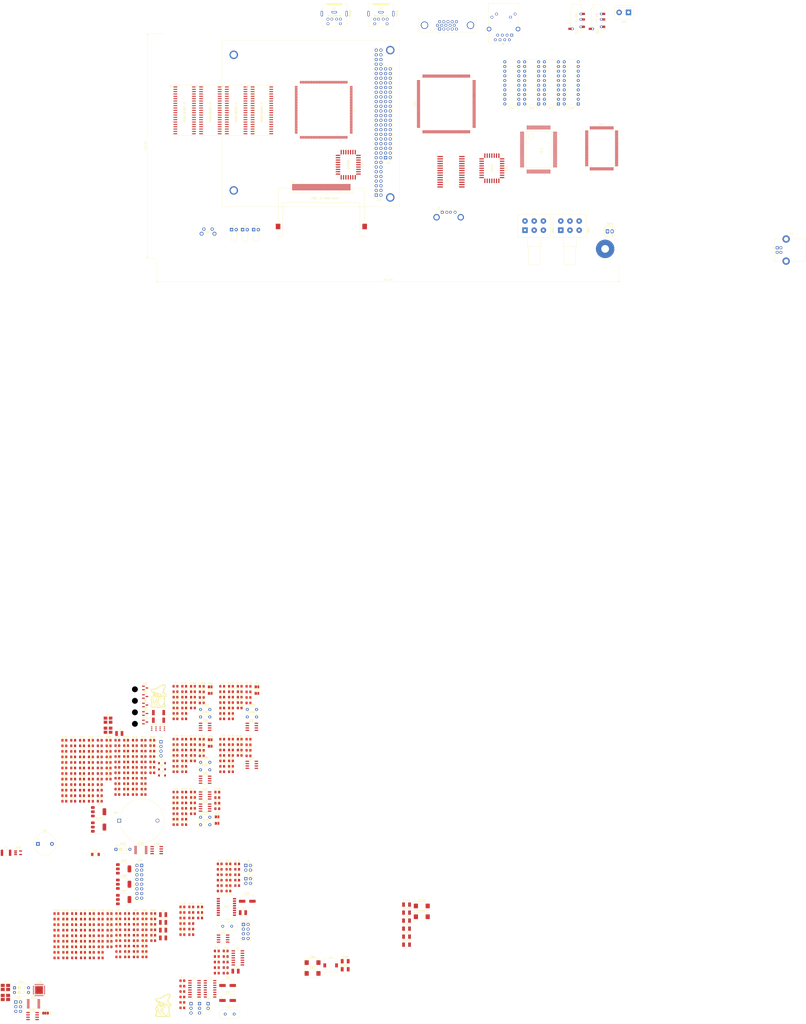
<source format=kicad_pcb>
(kicad_pcb (version 20241229) (generator "pcbnew") (generator_version "9.0")
  (layers (0 "F.Cu" signal) (4 "In1.Cu" signal "GND.Cu") (6 "In2.Cu" signal "POWER.Cu") (2 "B.Cu" signal) (13 "F.Paste" user) (15 "B.Paste" user) (5 "F.SilkS" user "F.Silkscreen") (7 "B.SilkS" user "B.Silkscreen") (1 "F.Mask" user) (3 "B.Mask" user) (25 "Edge.Cuts" user))
  (net 0 "")
  (net 1 "Net-(BT1-+)")
  (net 2 "GND")
  (net 3 "/isa_usb/USB_5V0")
  (net 4 "/B_ISA_5V0")
  (net 5 "Net-(J1-VBUS)")
  (net 6 "Net-(U2-UD+)")
  (net 7 "Net-(U2-UD-)")
  (net 8 "Net-(U2-XO)")
  (net 9 "Net-(U2-XI)")
  (net 10 "Net-(U2-V3)")
  (net 11 "/isa-ethernet/ETH_5V0")
  (net 12 "Net-(IC1-X2)")
  (net 13 "Net-(IC1-X1)")
  (net 14 "Net-(TR1-C_RD)")
  (net 15 "Net-(TR1-C_TD)")
  (net 16 "Net-(C26-Pad1)")
  (net 17 "Net-(C26-Pad2)")
  (net 18 "Net-(C28-Pad1)")
  (net 19 "Net-(U7-XTAL1)")
  (net 20 "Net-(U7-XTAL2)")
  (net 21 "Net-(Q1-C)")
  (net 22 "+5V")
  (net 23 "+12V")
  (net 24 "-12V")
  (net 25 "+3V3")
  (net 26 "Net-(Q2-C)")
  (net 27 "Net-(D5-A)")
  (net 28 "Net-(D7-A)")
  (net 29 "Net-(U16-FB)")
  (net 30 "Net-(U20-VLF)")
  (net 31 "Net-(U20-~{IOW})")
  (net 32 "Net-(C106-Pad2)")
  (net 33 "/ISA_386SX_BOARD/KBDAT")
  (net 34 "/ISA_386SX_BOARD/MSDAT")
  (net 35 "/ISA_386SX_BOARD/KBCLK")
  (net 36 "/ISA_386SX_BOARD/MSCLK")
  (net 37 "+BATT")
  (net 38 "Net-(C138-Pad2)")
  (net 39 "Net-(U27-AUXA_L)")
  (net 40 "-5V")
  (net 41 "/ISA_VGA_SB/~{CAS}")
  (net 42 "/ISA_VGA_SB/~{RAS}")
  (net 43 "/ISA_VGA_SB/AVDD1")
  (net 44 "Net-(U27-AUXB_L)")
  (net 45 "Net-(U27-AUXB_R)")
  (net 46 "/B_ISA_SMEMR")
  (net 47 "Net-(C141-Pad2)")
  (net 48 "/ISA_VGA_SB/VGA_R")
  (net 49 "/ISA_VGA_SB/VGA_VS")
  (net 50 "/ISA_VGA_SB/VGA_G")
  (net 51 "/ISA_VGA_SB/VGA_HS")
  (net 52 "/ISA_VGA_SB/VGA_B")
  (net 53 "/ISA_VGA_SB/VGA_MON")
  (net 54 "Net-(U27-LINE_L)")
  (net 55 "Net-(U27-LINE_R)")
  (net 56 "Net-(C142-Pad2)")
  (net 57 "/ISA_VGA_SB/MIDI_L")
  (net 58 "/ISA_VGA_SB/MIDI_R")
  (net 59 "Net-(U27-CMR)")
  (net 60 "Net-(U27-VREF)")
  (net 61 "Net-(U27-CIN_L)")
  (net 62 "Net-(U27-FOUT_L)")
  (net 63 "Net-(U27-CIN_R)")
  (net 64 "Net-(U27-FOUT_R)")
  (net 65 "Net-(U28-VCM)")
  (net 66 "Net-(U28-OUTVC12)")
  (net 67 "Net-(U28-X2)")
  (net 68 "Net-(U28-X1)")
  (net 69 "Net-(C170-Pad1)")
  (net 70 "Net-(C171-Pad1)")
  (net 71 "/ISA_VGA_SB/LPF/LPF_V+")
  (net 72 "/ISA_VGA_SB/LPF/LPF_V-")
  (net 73 "/ISA_VGA_SB/LPF/LPF_AIN")
  (net 74 "Net-(JP2-B)")
  (net 75 "/ISA_VGA_SB/RESET")
  (net 76 "Net-(JP3-A)")
  (net 77 "/ISA_VGA_SB/AVDD2")
  (net 78 "/ISA_VGA_SB/AVDD_ES")
  (net 79 "/ISA_VGA_SB/AVDD_OP")
  (net 80 "Net-(JP3-B)")
  (net 81 "Net-(C176-Pad1)")
  (net 82 "Net-(C177-Pad1)")
  (net 83 "/ISA_VGA_SB/LPF1/LPF_V+")
  (net 84 "/ISA_VGA_SB/LPF1/LPF_V-")
  (net 85 "Net-(JP4-B)")
  (net 86 "/ISA_VGA_SB/LPF1/LPF_AIN")
  (net 87 "Net-(JP5-B)")
  (net 88 "/B_ISA_D4")
  (net 89 "/B_ISA_D15")
  (net 90 "/B_ISA_D5")
  (net 91 "/B_ISA_D14")
  (net 92 "/B_ISA_D11")
  (net 93 "/B_ISA_A0")
  (net 94 "Net-(CON1-~{INPACK})")
  (net 95 "/ISA_386SX_BOARD/IOCS16")
  (net 96 "/B_ISA_D12")
  (net 97 "Net-(JP5-A)")
  (net 98 "/B_ISA_IOW")
  (net 99 "/B_ISA_D0")
  (net 100 "/ISA_386SX_BOARD/~{CF_BUSY}")
  (net 101 "Net-(C182-Pad1)")
  (net 102 "/B_ISA_D1")
  (net 103 "Net-(C183-Pad1)")
  (net 104 "/B_ISA_D9")
  (net 105 "/B_ISA_D3")
  (net 106 "/B_ISA_IRQ14")
  (net 107 "/B_ISA_D13")
  (net 108 "/B_ISA_A1")
  (net 109 "/ISA_386SX_BOARD/RESETL")
  (net 110 "/ISA_VGA_SB/LPF2/LPF_V+")
  (net 111 "/ISA_386SX_BOARD/HDCS1")
  (net 112 "/B_ISA_A2")
  (net 113 "/B_ISA_D6")
  (net 114 "/B_ISA_IORDY")
  (net 115 "/B_ISA_D7")
  (net 116 "/ISA_386SX_BOARD/HDCS0")
  (net 117 "/B_ISA_D2")
  (net 118 "/B_ISA_D8")
  (net 119 "/ISA_VGA_SB/LPF2/LPF_V-")
  (net 120 "/B_ISA_D10")
  (net 121 "/B_ISA_IOR")
  (net 122 "Net-(D1-K)")
  (net 123 "Net-(D2-K)")
  (net 124 "Net-(D3-K)")
  (net 125 "Net-(D4-A)")
  (net 126 "/ISA_VGA_SB/LPF2/LPF_AIN")
  (net 127 "/ISA_VGA_SB/R")
  (net 128 "/ISA_VGA_SB/Monitor")
  (net 129 "/ISA_VGA_SB/G")
  (net 130 "/ISA_VGA_SB/HSYNC")
  (net 131 "/ISA_VGA_SB/B")
  (net 132 "/ISA_VGA_SB/VSYNC")
  (net 133 "Net-(JP6-B)")
  (net 134 "/B_ISA_A12")
  (net 135 "Net-(JP7-A)")
  (net 136 "Net-(JP7-B)")
  (net 137 "Net-(C188-Pad1)")
  (net 138 "/B_ISA_IRQ5")
  (net 139 "/B_ISA_RSTDRV")
  (net 140 "/B_ISA_A19")
  (net 141 "/B_ISA_A13")
  (net 142 "Net-(C189-Pad1)")
  (net 143 "/ISA_VGA_SB/LPF3/LPF_V+")
  (net 144 "/ISA_VGA_SB/LPF3/LPF_V-")
  (net 145 "/B_ISA_A7")
  (net 146 "/B_ISA_IRQ4")
  (net 147 "/B_ISA_A16")
  (net 148 "Net-(IC1-BD7)")
  (net 149 "Net-(IC1-JP)")
  (net 150 "/ISA_VGA_SB/LPF3/LPF_AIN")
  (net 151 "Net-(JP8-B)")
  (net 152 "Net-(JP9-B)")
  (net 153 "Net-(IC1-TPOUT-)")
  (net 154 "Net-(JP9-A)")
  (net 155 "Net-(IC1-TPIN+)")
  (net 156 "/B_ISA_A9")
  (net 157 "/B_ISA_A14")
  (net 158 "/B_ISA_A18")
  (net 159 "Net-(C194-Pad1)")
  (net 160 "Net-(C195-Pad1)")
  (net 161 "/ISA_VGA_SB/AnalogSumm2CH/ASUMM_V+")
  (net 162 "/ISA_VGA_SB/AnalogSumm2CH/ASUMM_V-")
  (net 163 "Net-(SW3-B)")
  (net 164 "/B_ISA_AEN")
  (net 167 "/B_ISA_A8")
  (net 171 "Net-(IC1-EECS)")
  (net 172 "/B_ISA_A11")
  (net 173 "Net-(J13-Pin_59)")
  (net 174 "Net-(IC1-LED0)")
  (net 175 "Net-(IC1-BD2)")
  (net 176 "Net-(IC1-BD3)")
  (net 177 "Net-(J14-Shield)")
  (net 178 "/B_ISA_A4")
  (net 179 "Net-(IC1-BD5)")
  (net 180 "Net-(IC1-AUI)")
  (net 181 "Net-(IC1-BD1)")
  (net 182 "/B_ISA_A3")
  (net 184 "Net-(J15-Pin_1)")
  (net 185 "/B_ISA_A17")
  (net 186 "Net-(IC1-BD0)")
  (net 187 "Net-(J16-Pin_2)")
  (net 188 "Net-(IC1-BD6)")
  (net 189 "/B_ISA_IRQ9")
  (net 190 "/B_ISA_A15")
  (net 192 "Net-(IC1-IOCS16B)")
  (net 193 "/B_ISA_A10")
  (net 194 "Net-(IC1-BA21)")
  (net 195 "Net-(IC1-LED1)")
  (net 196 "Net-(J18-Pin_6)")
  (net 197 "/B_ISA_SMEMW")
  (net 198 "/B_ISA_A6")
  (net 199 "Net-(IC1-TPIN-)")
  (net 200 "Net-(J20-Pad9)")
  (net 201 "Net-(IC1-TPOUT+)")
  (net 202 "/B_ISA_IRQ3")
  (net 203 "/B_ISA_A5")
  (net 204 "Net-(J1-D-)")
  (net 205 "Net-(J1-Shield)")
  (net 206 "Net-(J1-D+)")
  (net 207 "Net-(J2-Pin_3)")
  (net 208 "Net-(J2-Pin_1)")
  (net 209 "Net-(J2-Pin_2)")
  (net 210 "Net-(J3-Pin_3)")
  (net 211 "Net-(J3-Pin_1)")
  (net 212 "Net-(J4-Pin_1)")
  (net 213 "Net-(J5-Pin_4)")
  (net 214 "Net-(J5-Pin_2)")
  (net 215 "Net-(J5-Pin_3)")
  (net 216 "Net-(J5-Pin_1)")
  (net 217 "Net-(J6-Pin_1)")
  (net 218 "Net-(J6-Pin_2)")
  (net 219 "Net-(J7-Pin_1)")
  (net 220 "Net-(J7-Pin_2)")
  (net 222 "Net-(J8-Pad12)")
  (net 223 "Net-(TR1-TX+)")
  (net 224 "Net-(TR1-RX+)")
  (net 225 "Net-(TR1-RX-)")
  (net 228 "Net-(J8-Pad10)")
  (net 230 "Net-(TR1-TX-)")
  (net 232 "Net-(J9-Pin_2)")
  (net 233 "Net-(J9-Pin_1)")
  (net 235 "/ISA_386SX_BOARD/MASTER")
  (net 236 "/B_ISA_DACK6")
  (net 237 "/B_ISA_IRQ11")
  (net 238 "/B_ISA_DRQ5")
  (net 239 "/B_ISA_DRQ0")
  (net 240 "/B_ISA_LA19")
  (net 241 "/B_ISA_DACK5")
  (net 242 "/B_ISA_DACK7")
  (net 243 "/B_ISA_LA21")
  (net 245 "/B_ISA_LA17")
  (net 246 "/B_ISA_DRQ6")
  (net 247 "/B_ISA_LA18")
  (net 248 "/B_ISA_MEMW")
  (net 249 "/B_ISA_LA20")
  (net 250 "/B_ISA_LA23")
  (net 251 "/B_ISA_SBHE")
  (net 252 "/B_ISA_MEMCS16")
  (net 253 "/B_ISA_DRQ7")
  (net 254 "/B_ISA_DACK0")
  (net 255 "/B_ISA_LA22")
  (net 256 "/B_ISA_MEMR")
  (net 257 "/B_ISA_IRQ10")
  (net 258 "/B_ISA_IRQ15")
  (net 259 "/B_ISA_IRQ6")
  (net 260 "/B_ISA_IOCHK")
  (net 261 "/B_ISA_DACK1")
  (net 262 "/B_ISA_TC")
  (net 263 "/B_ISA_DACK2")
  (net 264 "/B_ISA_DRQ1")
  (net 265 "/B_ISA_DRQ3")
  (net 266 "/B_ISA_DACK3")
  (net 267 "/B_ISA_DRQ2")
  (net 268 "/B_ISA_IRQ7")
  (net 269 "/ISA_386SX_BOARD/NOWS")
  (net 271 "/B_ISA_REFRESH")
  (net 272 "/ISA_386SX_BOARD/SYSCLK")
  (net 273 "/B_ISA_BALE")
  (net 276 "/ISA_386SX_BOARD/USB_DN")
  (net 277 "/ISA_386SX_BOARD/USB_DP")
  (net 278 "Net-(U20-XTL1)")
  (net 279 "/ISA_VGA_SB/AnalogSumm2CH/ASUMM_OUTL")
  (net 280 "/ISA_VGA_SB/AnalogSumm2CH/ASUMM_OUTR")
  (net 281 "Net-(U29-VO)")
  (net 282 "Net-(Q2-B)")
  (net 283 "Net-(Q3-E)")
  (net 284 "Net-(U15-A17)")
  (net 285 "Net-(U16-~{SHDN})")
  (net 286 "Net-(U20-~{CAS})")
  (net 287 "Net-(U20-ROMCLK)")
  (net 288 "Net-(U20-~{RAS})")
  (net 289 "Net-(U20-IRSET)")
  (net 290 "Net-(R91-Pad2)")
  (net 291 "Net-(U26-CS)")
  (net 292 "Net-(U26-SCLK)")
  (net 293 "Net-(U26-DI)")
  (net 294 "Net-(U26-DO)")
  (net 295 "Net-(U27-XI)")
  (net 296 "Net-(U27-GPIRQ)")
  (net 297 "Net-(R109-Pad2)")
  (net 298 "Net-(U33A-+)")
  (net 299 "Net-(J16-Pin_4)")
  (net 300 "Net-(U33A--)")
  (net 301 "Net-(R113-Pad2)")
  (net 302 "Net-(J16-Pin_6)")
  (net 303 "Net-(R115-Pad2)")
  (net 304 "Net-(U32B-+)")
  (net 305 "/ISA_386SX_BOARD/ESP_TX")
  (net 306 "Net-(U32B--)")
  (net 307 "Net-(R126-Pad2)")
  (net 308 "Net-(U34A-+)")
  (net 309 "Net-(U34A--)")
  (net 310 "Net-(R130-Pad2)")
  (net 311 "Net-(R132-Pad2)")
  (net 312 "Net-(U33B-+)")
  (net 313 "Net-(U33B--)")
  (net 314 "/ISA_VGA_SB/SPKR")
  (net 315 "Net-(R143-Pad2)")
  (net 316 "Net-(U35A-+)")
  (net 317 "/ISA_VGA_SB/AOUT_L")
  (net 318 "/ISA_VGA_SB/AOUT_R")
  (net 319 "Net-(U35A--)")
  (net 320 "Net-(R147-Pad2)")
  (net 321 "Net-(R149-Pad2)")
  (net 322 "Net-(U34B-+)")
  (net 323 "/ISA_VGA_SB/LINE_L")
  (net 324 "/ISA_VGA_SB/LINE_R")
  (net 325 "/B_ISA_14M")
  (net 326 "Net-(JP1-C)")
  (net 327 "Net-(U34B--)")
  (net 328 "Net-(L9-Pad1)")
  (net 329 "/ISA_VGA_SB/SB_OUT_L")
  (net 330 "Net-(Q1-B)")
  (net 331 "Net-(R160-Pad2)")
  (net 332 "Net-(U36A-+)")
  (net 333 "Net-(R5-Pad1)")
  (net 334 "Net-(J8-PadSH)")
  (net 335 "Net-(TR1-C_TX)")
  (net 336 "Net-(TR1-C_RX)")
  (net 337 "/ISA_386SX_BOARD/BD0")
  (net 338 "/ISA_386SX_BOARD/KBSJ")
  (net 339 "Net-(U7-OSC14M)")
  (net 340 "/ISA_386SX_BOARD/CLK2")
  (net 341 "Net-(U7-BCLK2)")
  (net 342 "/ISA_386SX_BOARD/SPKR")
  (net 343 "Net-(U36A--)")
  (net 344 "/ISA_386SX_BOARD/PWG")
  (net 345 "Net-(R164-Pad2)")
  (net 346 "Net-(R166-Pad2)")
  (net 347 "Net-(U35B-+)")
  (net 348 "Net-(U35B--)")
  (net 349 "/ISA_VGA_SB/SB_OUT_R")
  (net 350 "Net-(U37A--)")
  (net 351 "Net-(U37A-+)")
  (net 352 "Net-(R180-Pad2)")
  (net 353 "/ISA_VGA_SB/VGABIOS")
  (net 354 "/ISA_VGA_SB/RMD1")
  (net 355 "/ISA_VGA_SB/MD3")
  (net 356 "/ISA_VGA_SB/MD7")
  (net 357 "/ISA_VGA_SB/RMD4")
  (net 358 "/ISA_VGA_SB/RMD5")
  (net 359 "/ISA_VGA_SB/RMD6")
  (net 360 "Net-(U36B--)")
  (net 361 "Net-(U36B-+)")
  (net 362 "Net-(R186-Pad2)")
  (net 363 "Net-(U27-AOUT_L)")
  (net 364 "Net-(U27-AOUT_R)")
  (net 365 "Net-(U28-AOUTR)")
  (net 366 "Net-(U28-AOUTL)")
  (net 369 "/ISA_VGA_SB/MD2")
  (net 375 "Net-(U2-~{CS})")
  (net 378 "Net-(U2-~{INT})")
  (net 385 "Net-(U3B-O2)")
  (net 395 "/ISA_386SX_BOARD/WEJ")
  (net 396 "/ISA_386SX_BOARD/BD12")
  (net 397 "/ISA_386SX_BOARD/BD3")
  (net 398 "/ISA_386SX_BOARD/MA9")
  (net 399 "/ISA_386SX_BOARD/MA4")
  (net 401 "/ISA_386SX_BOARD/BD11")
  (net 402 "/ISA_386SX_BOARD/MA6")
  (net 403 "/ISA_386SX_BOARD/BD1")
  (net 404 "/ISA_386SX_BOARD/BD8")
  (net 405 "/ISA_386SX_BOARD/BD6")
  (net 406 "/ISA_386SX_BOARD/BD15")
  (net 408 "/ISA_386SX_BOARD/CAS0J0")
  (net 409 "/ISA_386SX_BOARD/BD5")
  (net 411 "/ISA_386SX_BOARD/BD2")
  (net 412 "/ISA_386SX_BOARD/MA1")
  (net 413 "/ISA_386SX_BOARD/MA0")
  (net 414 "/ISA_386SX_BOARD/MA8")
  (net 415 "/ISA_386SX_BOARD/RASJ0")
  (net 416 "/ISA_386SX_BOARD/BD14")
  (net 417 "/ISA_386SX_BOARD/BD7")
  (net 418 "/ISA_386SX_BOARD/BD10")
  (net 419 "/ISA_386SX_BOARD/MA3")
  (net 420 "/ISA_386SX_BOARD/MA5")
  (net 421 "/ISA_386SX_BOARD/MA7")
  (net 422 "/ISA_386SX_BOARD/BD9")
  (net 424 "/ISA_386SX_BOARD/CAS0J1")
  (net 425 "/ISA_386SX_BOARD/BD4")
  (net 427 "/ISA_386SX_BOARD/MA2")
  (net 428 "/ISA_386SX_BOARD/BD13")
  (net 431 "/ISA_386SX_BOARD/XD4")
  (net 433 "/ISA_386SX_BOARD/CAS3J0")
  (net 438 "/ISA_386SX_BOARD/XD5")
  (net 439 "/ISA_386SX_BOARD/XD0")
  (net 441 "/ISA_386SX_BOARD/CAS1J0")
  (net 445 "/ISA_386SX_BOARD/CAS2J0")
  (net 448 "/ISA_386SX_BOARD/RASJ2")
  (net 451 "/ISA_386SX_BOARD/XD7")
  (net 454 "/ISA_386SX_BOARD/XD1")
  (net 456 "/ISA_386SX_BOARD/XD3")
  (net 457 "/ISA_386SX_BOARD/CAS1J1")
  (net 460 "/ISA_386SX_BOARD/RASJ3")
  (net 461 "/ISA_386SX_BOARD/XD2")
  (net 462 "/ISA_386SX_BOARD/CAS3J1")
  (net 463 "/ISA_386SX_BOARD/CAS2J1")
  (net 467 "/ISA_386SX_BOARD/RASJ1")
  (net 471 "/ISA_386SX_BOARD/XD6")
  (net 490 "Net-(U18-CAP+)")
  (net 494 "Net-(U18-CAP-)")
  (net 514 "Net-(U20-XTL2)")
  (net 529 "Net-(U25-O0)")
  (net 564 "/ISA_VGA_SB/MAA4")
  (net 565 "/ISA_VGA_SB/MAA1")
  (net 566 "/ISA_VGA_SB/MAA7")
  (net 567 "/ISA_VGA_SB/MD0")
  (net 568 "/ISA_VGA_SB/MAA5")
  (net 569 "/ISA_VGA_SB/MAA3")
  (net 570 "/ISA_VGA_SB/MAA8")
  (net 571 "/ISA_VGA_SB/MD1")
  (net 572 "/ISA_VGA_SB/MAA2")
  (net 573 "/ISA_VGA_SB/MAA6")
  (net 574 "/ISA_VGA_SB/~{WE0}")
  (net 575 "/ISA_VGA_SB/MAA0")
  (net 576 "/ISA_VGA_SB/RMD2")
  (net 577 "/ISA_VGA_SB/MD5")
  (net 578 "/ISA_VGA_SB/MAB4")
  (net 579 "/ISA_VGA_SB/MAB0")
  (net 580 "/ISA_VGA_SB/MD6")
  (net 581 "/ISA_VGA_SB/MD19")
  (net 583 "/ISA_VGA_SB/~{WE2}")
  (net 584 "/ISA_VGA_SB/ROMBA0")
  (net 585 "/ISA_VGA_SB/RMD0")
  (net 587 "/ISA_VGA_SB/MD23")
  (net 588 "/ISA_VGA_SB/MAB6")
  (net 590 "/ISA_VGA_SB/MD4")
  (net 591 "/ISA_VGA_SB/MD16")
  (net 592 "/ISA_VGA_SB/MAB1")
  (net 593 "/ISA_VGA_SB/MD17")
  (net 594 "/ISA_VGA_SB/MAB7")
  (net 601 "/ISA_VGA_SB/~{ROMCS}")
  (net 602 "/ISA_VGA_SB/MAB2")
  (net 603 "/ISA_VGA_SB/MAB5")
  (net 605 "/ISA_VGA_SB/RMD7")
  (net 609 "/ISA_VGA_SB/MD20")
  (net 611 "/ISA_VGA_SB/MD22")
  (net 615 "/ISA_VGA_SB/MAB3")
  (net 616 "/ISA_VGA_SB/RMD3")
  (net 618 "/ISA_VGA_SB/MD18")
  (net 619 "/ISA_VGA_SB/MD21")
  (net 620 "/ISA_VGA_SB/MAB8")
  (net 659 "/ISA_VGA_SB/MSO")
  (net 660 "/ISA_VGA_SB/~{RSTB}")
  (footprint "Library_user:MountingHole_3.2mm_M3_dk5.2mm_Mask" (layer "F.Cu") (at 811.117546 169.050091)
    (property "Reference" "H4" (hide yes))
    (property "Value" "Screw M3 dk=5mm L=4mm" (hide yes))
  )
  (footprint "Inductor_SMD:L_0805_2012Metric_Pad1.15x1.40mm_HandSolder" (layer "F.Cu") (at 858.587546 180.320091)
    (property "Reference" "L24")
    (property "Value" "BLM21")
  )
  (footprint "Capacitor_SMD:C_0805_2012Metric_Pad1.18x1.45mm_HandSolder" (layer "F.Cu") (at 792.497546 284.130091)
    (property "Reference" "C152")
    (property "Value" "100n")
  )
  (footprint "Capacitor_SMD:C_0805_2012Metric_Pad1.18x1.45mm_HandSolder" (layer "F.Cu") (at 787.177546 193.030091)
    (property "Reference" "C70")
    (property "Value" "100n")
  )
  (footprint "Resistor_SMD:R_0805_2012Metric_Pad1.20x1.40mm_HandSolder" (layer "F.Cu") (at 811.077546 204.500091)
    (property "Reference" "R55")
    (property "Value" "1k")
  )
  (footprint "Package_SO:TSOP-6_1.65x3.05mm_P0.95mm" (layer "F.Cu") (at 821.417546 171.685091)
    (property "Reference" "U13")
    (property "Value" "IP4220CZ6")
  )
  (footprint "Capacitor_SMD:C_0805_2012Metric_Pad1.18x1.45mm_HandSolder" (layer "F.Cu") (at 797.307546 290.150091)
    (property "Reference" "C168")
    (property "Value" "100n")
  )
  (footprint "Capacitor_SMD:C_0805_2012Metric_Pad1.18x1.45mm_HandSolder" (layer "F.Cu") (at 855.907546 209.130091)
    (property "Reference" "C171")
    (property "Value" "100n")
  )
  (footprint "Capacitor_SMD:C_0805_2012Metric_Pad1.18x1.45mm_HandSolder" (layer "F.Cu") (at 777.557546 180.990091)
    (property "Reference" "C42")
    (property "Value" "47p")
  )
  (footprint "Resistor_SMD:R_0805_2012Metric_Pad1.20x1.40mm_HandSolder" (layer "F.Cu") (at 806.837546 283.860091)
    (property "Reference" "R76")
    (property "Value" "33")
  )
  (footprint "Resistor_SMD:R_0805_2012Metric_Pad1.20x1.40mm_HandSolder" (layer "F.Cu") (at 820.577546 189.750091)
    (property "Reference" "R72")
    (property "Value" "1M")
  )
  (footprint "Resistor_SMD:R_0805_2012Metric_Pad1.20x1.40mm_HandSolder" (layer "F.Cu") (at 858.587546 183.270091)
    (property "Reference" "R173")
    (property "Value" "10")
  )
  (footprint "Resistor_SMD:R_0805_2012Metric_Pad1.20x1.40mm_HandSolder" (layer "F.Cu") (at 811.587546 272.060091)
    (property "Reference" "R81")
    (property "Value" "4.7k")
  )
  (footprint "LED_THT:LED_D3.0mm_Horizontal_O1.27mm_Z6.0mm" (layer "F.Cu") (at 875.665 -99.355)
    (property "Reference" "D3")
    (property "Value" "LED_Green")
  )
  (footprint "Package_TO_SOT_SMD:SOT-223-3_TabPin2" (layer "F.Cu") (at 791.387546 216.795091)
    (property "Reference" "D8")
    (property "Value" "BT168GW")
  )
  (footprint "Capacitor_SMD:C_0805_2012Metric_Pad1.18x1.45mm_HandSolder" (layer "F.Cu") (at 841.757546 268.490091)
    (property "Reference" "C19")
    (property "Value" "100n")
  )
  (footprint "Capacitor_SMD:C_0805_2012Metric_Pad1.18x1.45mm_HandSolder" (layer "F.Cu") (at 782.877546 281.120091)
    (property "Reference" "C132")
    (property "Value" "100n")
  )
  (footprint "Capacitor_Tantalum_SMD:CP_EIA-7343-31_Kemet-D_Pad2.25x2.55mm_HandSolder" (layer "F.Cu") (at 967.105 273.82)
    (property "Reference" "C164")
    (property "Value" "100u/16V")
  )
  (footprint "Capacitor_SMD:C_0805_2012Metric_Pad1.18x1.45mm_HandSolder" (layer "F.Cu") (at 782.367546 208.080091)
    (property "Reference" "C63")
    (property "Value" "1u")
  )
  (footprint "Capacitor_SMD:C_0805_2012Metric_Pad1.18x1.45mm_HandSolder" (layer "F.Cu") (at 772.747546 205.070091)
    (property "Reference" "C38")
    (property "Value" "100n")
  )
  (footprint "Capacitor_SMD:C_0805_2012Metric_Pad1.18x1.45mm_HandSolder" (layer "F.Cu") (at 787.687546 272.090091)
    (property "Reference" "C138")
    (property "Value" "100n")
  )
  (footprint "Capacitor_SMD:C_0805_2012Metric_Pad1.18x1.45mm_HandSolder" (layer "F.Cu") (at 782.367546 199.050091)
    (property "Reference" "C60")
    (property "Value" "1u")
  )
  (footprint "Capacitor_SMD:C_0805_2012Metric_Pad1.18x1.45mm_HandSolder" (layer "F.Cu") (at 836.947546 283.540091)
    (property "Reference" "C18")
    (property "Value" "100n")
  )
  (footprint "Resistor_SMD:R_0805_2012Metric_Pad1.20x1.40mm_HandSolder" (layer "F.Cu") (at 816.337546 289.760091)
    (property "Reference" "R96")
    (property "Value" "33")
  )
  (footprint "Resistor_SMD:R_0805_2012Metric_Pad1.20x1.40mm_HandSolder" (layer "F.Cu") (at 811.587546 286.810091)
    (property "Reference" "R86")
    (property "Value" "4.7k")
  )
  (footprint "Capacitor_Tantalum_SMD:CP_EIA-7343-31_Kemet-D_Pad2.25x2.55mm_HandSolder" (layer "F.Cu") (at 907.715 298.74)
    (property "Reference" "C96")
    (property "Value" "220u")
  )
  (footprint "Resistor_SMD:R_0805_2012Metric_Pad1.20x1.40mm_HandSolder" (layer "F.Cu") (at 837.927546 211.990091)
    (property "Reference" "R112")
    (property "Value" "10k")
  )
  (footprint "Capacitor_SMD:C_0805_2012Metric_Pad1.18x1.45mm_HandSolder" (layer "F.Cu") (at 787.177546 196.040091)
    (property "Reference" "C71")
    (property "Value" "100n")
  )
  (footprint "Jumper:SolderJumper-2_P1.3mm_Open_TrianglePad1.0x1.5mm" (layer "F.Cu") (at 852.037546 181.220091)
    (property "Reference" "JP7")
    (property "Value" "OpenOut")
  )
  (footprint "Capacitor_SMD:C_0805_2012Metric_Pad1.18x1.45mm_HandSolder" (layer "F.Cu") (at 796.797546 190.020091)
    (property "Reference" "C93")
    (property "Value" "10u")
  )
  (footprint "Resistor_SMD:R_0805_2012Metric_Pad1.20x1.40mm_HandSolder" (layer "F.Cu") (at 820.577546 180.900091)
    (property "Reference" "R69")
    (property "Value" "51k")
  )
  (footprint "Resistor_SMD:R_0805_2012Metric_Pad1.20x1.40mm_HandSolder" (layer "F.Cu") (at 806.327546 180.900091)
    (property "Reference" "R36")
    (property "Value" "4.7k")
  )
  (footprint "Capacitor_Tantalum_SMD:CP_EIA-7343-31_Kemet-D_Pad2.25x2.55mm_HandSolder" (layer "F.Cu") (at 967.105 267.97)
    (property "Reference" "C115")
    (property "Value" "100u")
  )
  (footprint "Inductor_SMD:L_7.3x7.3_H4.5" (layer "F.Cu") (at 917.545 300.24)
    (property "Reference" "L4")
    (property "Value" "10u")
  )
  (footprint "Resistor_SMD:R_0805_2012Metric_Pad1.20x1.40mm_HandSolder" (layer "F.Cu") (at 806.837546 292.710091)
    (property "Reference" "R79")
    (property "Value" "100")
  )
  (footprint "Capacitor_SMD:C_0805_2012Metric_Pad1.18x1.45mm_HandSolder" (layer "F.Cu") (at 782.367546 187.010091)
    (property "Reference" "C56")
    (property "Value" "100n")
  )
  (footprint "Capacitor_SMD:C_0805_2012Metric_Pad1.18x1.45mm_HandSolder" (layer "F.Cu") (at 768.447546 275.100091)
    (property "Reference" "C102")
    (property "Value" "47p")
  )
  (footprint "Resistor_SMD:R_0805_2012Metric_Pad1.20x1.40mm_HandSolder" (layer "F.Cu") (at 866.717546 253.960091)
    (property "Reference" "R22")
    (property "Value" "75")
  )
  (footprint "Inductor_SMD:L_0805_2012Metric_Pad1.15x1.40mm_HandSolder" (layer "F.Cu") (at 802.087546 275.010091)
    (property "Reference" "FB2")
    (property "Value" "Ferrite_Bead")
  )
  (footprint "Resistor_SMD:R_0805_2012Metric_Pad1.20x1.40mm_HandSolder" (layer "F.Cu") (at 861.967546 245.110091)
    (property "Reference" "R13")
    (property "Value" "27k")
  )
  (footprint "Resistor_SMD:R_0805_2012Metric_Pad1.20x1.40mm_HandSolder" (layer "F.Cu") (at 815.827546 204.500091)
    (property "Reference" "R66")
    (property "Value" "470")
  )
  (footprint "Capacitor_SMD:C_0805_2012Metric_Pad1.18x1.45mm_HandSolder" (layer "F.Cu") (at 860.447546 301.450091)
    (property "Reference" "C11")
    (property "Value" "15pF")
  )
  (footprint "Resistor_SMD:R_0805_2012Metric_Pad1.20x1.40mm_HandSolder" (layer "F.Cu") (at 868.087546 154.550091)
    (property "Reference" "R136")
    (property "Value" "3k")
  )
  (footprint "Capacitor_SMD:C_0805_2012Metric_Pad1.18x1.45mm_HandSolder" (layer "F.Cu") (at 847.457546 157.710091)
    (property "Reference" "C191")
    (property "Value" "100n")
  )
  (footprint "Resistor_SMD:R_0805_2012Metric_Pad1.20x1.40mm_HandSolder" (layer "F.Cu") (at 866.717546 248.060091)
    (property "Reference" "R20")
    (property "Value" "1k")
  )
  (footprint "Capacitor_SMD:C_0805_2012Metric_Pad1.18x1.45mm_HandSolder" (layer "F.Cu") (at 778.067546 272.090091)
    (property "Reference" "C120")
    (property "Value" "100n")
  )
  (footprint "Resistor_SMD:R_0805_2012Metric_Pad1.20x1.40mm_HandSolder" (layer "F.Cu") (at 811.077546 180.900091)
    (property "Reference" "R47")
    (property "Value" "4.7k")
  )
  (footprint "Capacitor_SMD:C_0805_2012Metric_Pad1.18x1.45mm_HandSolder" (layer "F.Cu") (at 773.257546 290.150091)
    (property "Reference" "C117")
    (property "Value" "100n")
  )
  (footprint "Capacitor_SMD:C_0805_2012Metric_Pad1.18x1.45mm_HandSolder" (layer "F.Cu") (at 782.877546 296.170091)
    (property "Reference" "C137")
    (property "Value" "100n")
  )
  (footprint "Capacitor_SMD:C_0805_2012Metric_Pad1.18x1.45mm_HandSolder" (layer "F.Cu") (at 778.067546 281.120091)
    (property "Reference" "C123")
    (property "Value" "1u")
  )
  (footprint "Capacitor_THT:C_Rect_L7.0mm_W2.5mm_P5.00mm" (layer "F.Cu") (at 872.237546 165.290091)
    (property "Reference" "C181")
    (property "Value" "1u")
  )
  (footprint "Capacitor_SMD:C_0805_2012Metric_Pad1.18x1.45mm_HandSolder" (layer "F.Cu") (at 778.067546 275.100091)
    (property "Reference" "C121")
    (property "Value" "100n")
  )
  (footprint "Capacitor_SMD:C_0805_2012Metric_Pad1.18x1.45mm_HandSolder" (layer "F.Cu") (at 787.177546 184.000091)
    (property "Reference" "C67")
    (property "Value" "100n")
  )
  (footprint "Capacitor_SMD:C_0805_2012Metric_Pad1.18x1.45mm_HandSolder" (layer "F.Cu") (at 792.497546 275.100091)
    (property "Reference" "C149")
    (property "Value" "1n")
  )
  (footprint "Capacitor_SMD:C_0805_2012Metric_Pad1.18x1.45mm_HandSolder" (layer "F.Cu") (at 768.447546 284.130091)
    (property "Reference" "C105")
    (property "Value" "47p")
  )
  (footprint "Inductor_SMD:L_0805_2012Metric_Pad1.15x1.40mm_HandSolder" (layer "F.Cu") (at 833.177546 206.090091)
    (property "Reference" "L15")
    (property "Value" "BLM21")
  )
  (footprint "Package_SO:SOIC-8_3.9x4.9mm_P1.27mm" (layer "F.Cu") (at 874.687546 191.290091)
    (property "Reference" "U37")
    (property "Value" "NE5532")
  )
  (footprint "Package_SO:SOIC-16_3.9x9.9mm_P1.27mm" (layer "F.Cu") (at 843.517546 312.970091)
    (property "Reference" "U1")
    (property "Value" "74LS138")
  )
  (footprint "Capacitor_Tantalum_SMD:CP_EIA-3528-21_Kemet-B_Pad1.50x2.35mm_HandSolder" (layer "F.Cu") (at 925.465 297.99)
    (property "Reference" "C99")
    (property "Value" "10u")
  )
  (footprint "Capacitor_SMD:C_0805_2012Metric_Pad1.18x1.45mm_HandSolder" (layer "F.Cu") (at 792.497546 281.120091)
    (property "Reference" "C151")
    (property "Value" "100n")
  )
  (footprint "Inductor_SMD:L_0805_2012Metric_Pad1.15x1.40mm_HandSolder" (layer "F.Cu") (at 806.837546 277.960091)
    (property "Reference" "L11")
    (property "Value" "BLM21PG331BH1D")
  )
  (footprint "Inductor_SMD:L_1210_3225Metric_Pad1.42x2.65mm_HandSolder" (layer "F.Cu") (at 826.437546 281.110091)
    (property "Reference" "L13")
    (property "Value" "5.6u")
  )
  (footprint "Capacitor_SMD:C_0805_2012Metric_Pad1.18x1.45mm_HandSolder" (layer "F.Cu") (at 772.747546 202.060091)
    (property "Reference" "C37")
    (property "Value" "47p")
  )
  (footprint "Capacitor_SMD:C_0805_2012Metric_Pad1.18x1.45mm_HandSolder" (layer "F.Cu") (at 787.177546 190.020091)
    (property "Reference" "C69")
    (property "Value" "100n")
  )
  (footprint "Capacitor_SMD:C_0805_2012Metric_Pad1.18x1.45mm_HandSolder" (layer "F.Cu") (at 860.447546 298.440091)
    (property "Reference" "C10")
    (property "Value" "15pF")
  )
  (footprint "Connector_RJ:RJ45_Cetus_J1B1211CCD_Horizontal" (layer "F.Cu") (at 1016 -205.005 180)
    (property "Reference" "J8")
    (property "Value" "RJ45_LED_Shielded")
  )
  (footprint "Resistor_SMD:R_0805_2012Metric_Pad1.20x1.40mm_HandSolder" (layer "F.Cu") (at 815.827546 192.700091)
    (property "Reference" "R62")
    (property "Value" "4.7k")
  )
  (footprint "Connector_PinSocket_2.54mm:PinSocket_2x20_P2.54mm_Vertical" (layer "F.Cu") (at 947.42 -138.43 180)
    (property "Reference" "J10")
    (property "Value" "PC104_16")
  )
  (footprint "Button_Switch_THT:SW_DIP_SPSTx01_Slide_6.7x4.1mm_W7.62mm_P2.54mm_LowProfile" (layer "F.Cu") (at 800.787546 237.205091)
    (property "Reference" "SW2")
    (property "Value" "SW_DIP_x01")
  )
  (footprint "Capacitor_SMD:C_0805_2012Metric_Pad1.18x1.45mm_HandSolder" (layer "F.Cu") (at 847.457546 154.700091)
    (property "Reference" "C190")
    (property "Value" "100n")
  )
  (footprint "Capacitor_SMD:C_0805_2012Metric_Pad1.18x1.45mm_HandSolder" (layer "F.Cu") (at 787.177546 187.010091)
    (property "Reference" "C68")
    (property "Value" "1u")
  )
  (footprint "Resistor_SMD:R_0805_2012Metric_Pad1.20x1.40mm_HandSolder" (layer "F.Cu") (at 863.337546 160.450091)
    (property "Reference" "R131")
    (property "Value" "1n")
  )
  (footprint "Inductor_SMD:L_0805_2012Metric_Pad1.15x1.40mm_HandSolder" (layer "F.Cu") (at 802.087546 280.910091)
    (property "Reference" "FB4")
    (property "Value" "Ferrite_Bead")
  )
  (footprint "Inductor_SMD:L_0805_2012Metric_Pad1.15x1.40mm_HandSolder" (layer "F.Cu") (at 802.087546 272.060091)
    (property "Reference" "FB1")
    (property "Value" "Ferrite_Bead")
  )
  (footprint "Capacitor_SMD:C_0805_2012Metric_Pad1.18x1.45mm_HandSolder" (layer "F.Cu") (at 777.557546 193.030091)
    (property "Reference" "C46")
    (property "Value" "100n")
  )
  (footprint "Package_SO:TSSOP-16_4.4x5mm_P0.65mm" (layer "F.Cu") (at 755.992546 321.110091)
    (property "Reference" "U25")
    (property "Value" "74HCT138PW")
  )
  (footprint "Resistor_SMD:R_0805_2012Metric_Pad1.20x1.40mm_HandSolder" (layer "F.Cu") (at 811.587546 289.760091)
    (property "Reference" "R87")
    (property "Value" "4.7k")
  )
  (footprint "Resistor_SMD:R_0805_2012Metric_Pad1.20x1.40mm_HandSolder" (layer "F.Cu") (at 806.837546 286.810091)
    (property "Reference" "R77")
    (property "Value" "33")
  )
  (footprint "Capacitor_SMD:C_0805_2012Metric_Pad1.18x1.45mm_HandSolder" (layer "F.Cu") (at 787.177546 211.090091)
    (property "Reference" "C76")
    (property "Value" "100n")
  )
  (footprint "Capacitor_SMD:C_0805_2012Metric_Pad1.18x1.45mm_HandSolder" (layer "F.Cu") (at 768.447546 278.110091)
    (property "Reference" "C103")
    (property "Value" "100n")
  )
  (footprint "Resistor_SMD:R_0805_2012Metric_Pad1.20x1.40mm_HandSolder" (layer "F.Cu") (at 837.927546 195.070091)
    (property "Reference" "R150")
    (property "Value" "10k")
  )
  (footprint "Package_SO:SOIC-8_3.9x4.9mm_P1.27mm" (layer "F.Cu") (at 849.277546 199.390091)
    (property "Reference" "U35")
    (property "Value" "NE5532")
  )
  (footprint "Library_user:black-mage-12.5x8.6" (layer "F.Cu") (at 823.968915 153.936512)
    (property "Reference" "LOGO1" (hide yes))
    (property "Value" "graphic" (hide yes))
  )
  (footprint "Capacitor_SMD:C_0805_2012Metric_Pad1.18x1.45mm_HandSolder" (layer "F.Cu") (at 777.557546 177.980091)
    (property "Reference" "C41")
    (property "Value" "47p")
  )
  (footprint "Resistor_SMD:R_0805_2012Metric_Pad1.20x1.40mm_HandSolder" (layer "F.Cu") (at 821.087546 277.960091)
    (property "Reference" "R101")
    (property "Value" "47k")
  )
  (footprint "Package_SO:TSSOP-14_4.4x5mm_P0.65mm" (layer "F.Cu") (at 814.357546 237.595091)
    (property "Reference" "U10")
    (property "Value" "74HCT32PW")
  )
  (footprint "Resistor_SMD:R_0805_2012Metric_Pad1.20x1.40mm_HandSolder" (layer "F.Cu") (at 801.577546 177.950091)
    (property "Reference" "R24")
    (property "Value" "4.7k")
  )
  (footprint "Resistor_SMD:R_0805_2012Metric_Pad1.20x1.40mm_HandSolder" (layer "F.Cu") (at 811.077546 198.600091)
    (property "Reference" "R53")
    (property "Value" "4.7k")
  )
  (footprint "Resistor_SMD:R_0805_2012Metric_Pad1.20x1.40mm_HandSolder" (layer "F.Cu") (at 858.587546 157.500091)
    (property "Reference" "R123")
    (property "Value" "10")
  )
  (footprint "Resistor_SMD:R_0805_2012Metric_Pad1.20x1.40mm_HandSolder" (layer "F.Cu") (at 836.917546 314.450091)
    (property "Reference" "R3")
    (property "Value" "22")
  )
  (footprint "Capacitor_SMD:CP_Elec_6.3x5.9" (layer "F.Cu") (at 861.517546 311.150091)
    (property "Reference" "C6")
    (property "Value" "100uF")
  )
  (footprint "LED_THT:LED_D3.0mm_Horizontal_O1.27mm_Z6.0mm" (layer "F.Cu") (at 863.645 -99.355)
    (property "Reference" "D1")
    (property "Value" "LED_Blue")
  )
  (footprint "Oscillator:Oscillator_SMD_Abracon_ASE-4Pin_3.2x2.5mm_HandSoldering" (layer "F.Cu") (at 796.517546 167.050091)
    (property "Reference" "X1")
    (property "Value" "14.318 MHz")
  )
  (footprint "Capacitor_SMD:C_0805_2012Metric_Pad1.18x1.45mm_HandSolder" (layer "F.Cu") (at 855.907546 206.120091)
    (property "Reference" "C170")
    (property "Value" "100n")
  )
  (footprint "Resistor_SMD:R_0805_2012Metric_Pad1.20x1.40mm_HandSolder" (layer "F.Cu") (at 806.837546 289.760091)
    (property "Reference" "R78")
    (property "Value" "150")
  )
  (footprint "Package_SO:SO-14_3.9x8.65mm_P1.27mm" (layer "F.Cu") (at 867.077546 296.175091)
    (property "Reference" "U4")
    (property "Value" "74LS125")
  )
  (footprint "Package_SO:SOIC-8_3.9x4.9mm_P1.27mm" (layer "F.Cu") (at 859.067546 285.690091)
    (property "Reference" "U5")
    (property "Value" "93LCxxB")
  )
  (footprint "Resistor_SMD:R_0805_2012Metric_Pad1.20x1.40mm_HandSolder" (layer "F.Cu") (at 816.337546 275.010091)
    (property "Reference" "R91")
    (property "Value" "4.7k")
  )
  (footprint "Jumper:SolderJumper-2_P1.3mm_Open_TrianglePad1.0x1.5mm" (layer "F.Cu") (at 852.037546 148.950091)
    (property "Reference" "JP8")
    (property "Value" "OpenIn")
  )
  (footprint "Inductor_SMD:L_0805_2012Metric_Pad1.15x1.40mm_HandSolder" (layer "F.Cu") (at 833.177546 148.650091)
    (property "Reference" "L21")
    (property "Value" "BLM21")
  )
  (footprint "Capacitor_SMD:C_0805_2012Metric_Pad1.18x1.45mm_HandSolder" (layer "F.Cu") (at 778.067546 284.130091)
    (property "Reference" "C124")
    (property "Value" "100n")
  )
  (footprint "Capacitor_SMD:C_0805_2012Metric_Pad1.18x1.45mm_HandSolder" (layer "F.Cu") (at 872.867546 157.710091)
    (property "Reference" "C179")
    (property "Value" "100n")
  )
  (footprint "Package_TO_SOT_SMD:SOT-23" (layer "F.Cu") (at 816.687546 163.450091)
    (property "Reference" "Q3")
    (property "Value" "BC856")
  )
  (footprint "Capacitor_SMD:C_0805_2012Metric_Pad1.18x1.45mm_HandSolder" (layer "F.Cu") (at 791.987546 205.070091)
    (property "Reference" "C86")
    (property "Value" "100n")
  )
  (footprint "Resistor_SMD:R_0805_2012Metric_Pad1.20x1.40mm_HandSolder" (layer "F.Cu") (at 866.717546 245.110091)
    (property "Reference" "R19")
    (property "Value" "1k")
  )
  (footprint "Resistor_SMD:R_0805_2012Metric_Pad1.20x1.40mm_HandSolder" (layer "F.Cu") (at 811.077546 183.850091)
    (property "Reference" "R48")
    (property "Value" "4.7k")
  )
  (footprint "Package_TO_SOT_SMD:SOT-23" (layer "F.Cu") (at 816.687546 154.200091)
    (property "Reference" "Q1")
    (property "Value" "BC817")
  )
  (footprint "Capacitor_SMD:C_0805_2012Metric_Pad1.18x1.45mm_HandSolder" (layer "F.Cu") (at 768.447546 296.170091)
    (property "Reference" "C109")
    (property "Value" "47p")
  )
  (footprint "Inductor_SMD:L_0805_2012Metric_Pad1.15x1.40mm_HandSolder" (layer "F.Cu") (at 802.087546 286.810091)
    (property "Reference" "FB6")
    (property "Value" "Ferrite_Bead")
  )
  (footprint "Resistor_SMD:R_0805_2012Metric_Pad1.20x1.40mm_HandSolder" (layer "F.Cu") (at 863.337546 189.170091)
    (property "Reference" "R182")
    (property "Value" "100")
  )
  (footprint "Resistor_SMD:R_0805_2012Metric_Pad1.20x1.40mm_HandSolder" (layer "F.Cu") (at 842.677546 214.940091)
    (property "Reference" "R120")
    (property "Value" "1n")
  )
  (footprint "Resistor_SMD:R_0805_2012Metric_Pad1.20x1.40mm_HandSolder" (layer "F.Cu") (at 821.087546 280.910091)
    (property "Reference" "R102")
    (property "Value" "10k")
  )
  (footprint "Capacitor_SMD:C_0805_2012Metric_Pad1.18x1.45mm_HandSolder" (layer "F.Cu") (at 772.747546 199.050091)
    (property "Reference" "C36")
    (property "Value" "47p")
  )
  (footprint "Resistor_SMD:R_0805_2012Metric_Pad1.20x1.40mm_HandSolder" (layer "F.Cu") (at 815.827546 177.950091)
    (property "Reference" "R57")
    (property "Value" "10k")
  )
  (footprint "Package_DIP:DIP-20_W7.62mm" (layer "F.Cu") (at 1052.19 -167.64 180)
    (property "Reference" "U19")
    (property "Value" "MT4C4256")
  )
  (footprint "Resistor_SMD:R_0805_2012Metric_Pad1.20x1.40mm_HandSolder" (layer "F.Cu") (at 842.677546 157.500091)
    (property "Reference" "R171")
    (property "Value" "1n")
  )
  (footprint "Jumper:SolderJumper-2_P1.3mm_Open_TrianglePad1.0x1.5mm" (layer "F.Cu") (at 877.447546 152.500091)
    (property "Reference" "JP5")
    (property "Value" "OpenOut")
  )
  (footprint "Resistor_SMD:R_0805_2012Metric_Pad1.20x1.40mm_HandSolder" (layer "F.Cu") (at 837.927546 154.550091)
    (property "Reference" "R163")
    (property "Value" "10k")
  )
  (footprint "Capacitor_SMD:C_0805_2012Metric_Pad1.18x1.45mm_HandSolder" (layer "F.Cu") (at 777.557546 184.000091)
    (property "Reference" "C43")
    (property "Value" "100n")
  )
  (footprint "Resistor_SMD:R_0805_2012Metric_Pad1.20x1.40mm_HandSolder" (layer "F.Cu") (at 801.577546 207.450091)
    (property "Reference" "R34")
    (property "Value" "4.7k")
  )
  (footprint "Potentiometer_THT:Potentiometer_Alps_RK163_Dual_Horizontal" (layer "F.Cu") (at 1042.67 -99.06 90)
    (property "Reference" "RV2")
    (property "Value" "MIDI")
  )
  (footprint "Resistor_SMD:R_0805_2012Metric_Pad1.20x1.40mm_HandSolder" (layer "F.Cu") (at 837.927546 186.220091)
    (property "Reference" "R147")
    (property "Value" "4.7k")
  )
  (footprint "Resistor_SMD:R_0805_2012Metric_Pad1.20x1.40mm_HandSolder" (layer "F.Cu") (at 820.577546 195.650091)
    (property "Reference" "R74")
    (property "Value" "1k")
  )
  (footprint "Fuse:Fuse_1812_4532Metric_Pad1.30x3.40mm_HandSolder" (layer "F.Cu") (at 741.037546 239.090091)
    (property "Reference" "F1")
    (property "Value" "2A")
  )
  (footprint "Capacitor_SMD:C_0805_2012Metric_Pad1.18x1.45mm_HandSolder" (layer "F.Cu") (at 773.257546 275.100091)
    (property "Reference" "C111")
    (property "Value" "47p")
  )
  (footprint "Capacitor_SMD:C_0805_2012Metric_Pad1.18x1.45mm_HandSolder" (layer "F.Cu") (at 797.307546 275.100091)
    (property "Reference" "C158")
    (property "Value" "1u")
  )
  (footprint "Package_DFN_QFN:QFN-48-1EP_6x6mm_P0.4mm_EP4.2x4.2mm" (layer "F.Cu") (at 758.977546 313.640091)
    (property "Reference" "U28")
    (property "Value" "SAM2695")
  )
  (footprint "Resistor_SMD:R_0805_2012Metric_Pad1.20x1.40mm_HandSolder" (layer "F.Cu") (at 837.927546 180.320091)
    (property "Reference" "R145")
    (property "Value" "3k")
  )
  (footprint "Package_TO_SOT_SMD:SOT-223-3_TabPin2" (layer "F.Cu") (at 804.987546 264.485091)
    (property "Reference" "U31")
    (property "Value" "1117-3.3")
  )
  (footprint "Library_user:MountingHole_3.2mm_M3_dk5.2mm_Mask" (layer "F.Cu") (at 811.117546 156.550091)
    (property "Reference" "H2" (hide yes))
    (property "Value" "Screw M3 dk=5mm L=4mm" (hide yes))
  )
  (footprint "Library_user:PJ-320A_D" (layer "F.Cu") (at 1062.355 -214.63)
    (property "Reference" "J19")
    (property "Value" "PJ-320")
  )
  (footprint "Capacitor_SMD:C_0805_2012Metric_Pad1.18x1.45mm_HandSolder" (layer "F.Cu") (at 777.557546 199.050091)
    (property "Reference" "C48")
    (property "Value" "1u")
  )
  (footprint "Resistor_SMD:R_0805_2012Metric_Pad1.20x1.40mm_HandSolder" (layer "F.Cu") (at 806.837546 280.910091)
    (property "Reference" "R75")
    (property "Value" "33")
  )
  (footprint "Resistor_SMD:R_0805_2012Metric_Pad1.20x1.40mm_HandSolder" (layer "F.Cu") (at 837.927546 220.840091)
    (property "Reference" "R115")
    (property "Value" "3k")
  )
  (footprint "Capacitor_Tantalum_SMD:CP_EIA-3528-21_Kemet-B_Pad1.50x2.35mm_HandSolder" (layer "F.Cu") (at 958.815 284.62)
    (property "Reference" "C163")
    (property "Value" "10u")
  )
  (footprint "Capacitor_SMD:C_0805_2012Metric_Pad1.18x1.45mm_HandSolder" (layer "F.Cu") (at 782.877546 278.110091)
    (property "Reference" "C131")
    (property "Value" "100n")
  )
  (footprint "Library_user:SOJ-42" (layer "F.Cu") (at 866.11 -163.195)
    (property "Reference" "U9")
    (property "Value" "MSM5118160F-JS")
  )
  (footprint "Capacitor_Tantalum_SMD:CP_EIA-3528-21_Kemet-B_Pad1.50x2.35mm_HandSolder" (layer "F.Cu") (at 958.815 275.92)
    (property "Reference" "C161")
    (property "Value" "10u")
  )
  (footprint "Crystal:Crystal_HC49-U_Vertical" (layer "F.Cu") (at 858.867546 279.010091)
    (property "Reference" "Y2")
    (property "Value" "20MHz")
  )
  (footprint "Capacitor_SMD:C_0805_2012Metric_Pad1.18x1.45mm_HandSolder" (layer "F.Cu") (at 777.557546 187.010091)
    (property "Reference" "C44")
    (property "Value" "100n")
  )
  (footprint "Capacitor_SMD:C_0805_2012Metric_Pad1.18x1.45mm_HandSolder" (layer "F.Cu") (at 772.747546 177.980091)
    (property "Reference" "C29")
    (property "Value" "15p")
  )
  (footprint "Capacitor_SMD:C_0805_2012Metric_Pad1.18x1.45mm_HandSolder" (layer "F.Cu") (at 872.867546 186.430091)
    (property "Reference" "C197")
    (property "Value" "100n")
  )
  (footprint "Library_user:minidin-6" (layer "F.Cu") (at 919.48 -215.9)
    (property "Reference" "J11")
    (property "Value" "Mini-DIN-6")
  )
  (footprint "Resistor_SMD:R_0805_2012Metric_Pad1.20x1.40mm_HandSolder" (layer "F.Cu") (at 857.217546 248.060091)
    (property "Reference" "R8")
    (property "Value" "10k")
  )
  (footprint "Resistor_SMD:R_0805_2012Metric_Pad1.20x1.40mm_HandSolder" (layer "F.Cu") (at 836.917546 317.400091)
    (property "Reference" "R4")
    (property "Value" "22")
  )
  (footprint "Resistor_SMD:R_0805_2012Metric_Pad1.20x1.40mm_HandSolder" (layer "F.Cu") (at 842.677546 183.270091)
    (property "Reference" "R153")
    (property "Value" "3k")
  )
  (footprint "Resistor_SMD:R_0805_2012Metric_Pad1.20x1.40mm_HandSolder" (layer "F.Cu") (at 815.827546 207.450091)
    (property "Reference" "R67")
    (property "Value" "470")
  )
  (footprint "Capacitor_SMD:C_0805_2012Metric_Pad1.18x1.45mm_HandSolder" (layer "F.Cu") (at 778.067546 290.150091)
    (property "Reference" "C126")
    (property "Value" "100n")
  )
  (footprint "Package_TO_SOT_SMD:SOT-23" (layer "F.Cu") (at 816.687546 149.575091)
    (property "Reference" "D9")
    (property "Value" "BAT54C")
  )
  (footprint "Library_user:MountingHole_3.2mm_M3_dk5.2mm_Mask" (layer "F.Cu") (at 811.117546 162.800091)
    (property "Reference" "H3" (hide yes))
    (property "Value" "Screw M3 dk=5mm L=4mm" (hide yes))
  )
  (footprint "Resistor_SMD:R_0805_2012Metric_Pad1.20x1.40mm_HandSolder" (layer "F.Cu") (at 837.927546 206.090091)
    (property "Reference" "R110")
    (property "Value" "10k")
  )
  (footprint "Capacitor_SMD:C_0805_2012Metric_Pad1.18x1.45mm_HandSolder" (layer "F.Cu") (at 787.177546 180.990091)
    (property "Reference" "C66")
    (property "Value" "1u")
  )
  (footprint "Resistor_SMD:R_0805_2012Metric_Pad1.20x1.40mm_HandSolder" (layer "F.Cu") (at 837.927546 223.790091)
    (property "Reference" "R116")
    (property "Value" "10k")
  )
  (footprint "Capacitor_Tantalum_SMD:CP_EIA-3528-21_Kemet-B_Pad1.50x2.35mm_HandSolder" (layer "F.Cu") (at 958.815 267.22)
    (property "Reference" "C143")
    (property "Value" "47u/6.3V")
  )
  (footprint "Package_TO_SOT_SMD:SOT-223-3_TabPin2" (layer "F.Cu") (at 791.387546 225.120091)
    (property "Reference" "U17")
    (property "Value" "1117-3.3")
  )
  (footprint "Resistor_SMD:R_0805_2012Metric_Pad1.20x1.40mm_HandSolder" (layer "F.Cu") (at 837.927546 157.500091)
    (property "Reference" "R164")
    (property "Value" "4.7k")
  )
  (footprint "Capacitor_SMD:C_0805_2012Metric_Pad1.18x1.45mm_HandSolder" (layer "F.Cu") (at 797.307546 272.090091)
    (property "Reference" "C157")
    (property "Value" "1u")
  )
  (footprint "Resistor_SMD:R_0805_2012Metric_Pad1.20x1.40mm_HandSolder" (layer "F.Cu") (at 811.077546 189.750091)
    (property "Reference" "R50")
    (property "Value" "4.7k")
  )
  (footprint "Resistor_SMD:R_0805_2012Metric_Pad1.20x1.40mm_HandSolder" (layer "F.Cu") (at 811.077546 192.700091)
    (property "Reference" "R51")
    (property "Value" "4.7k")
  )
  (footprint "Package_DIP:DIP-20_W7.62mm" (layer "F.Cu") (at 1019.85 -167.64 180)
    (property "Reference" "U24")
    (property "Value" "MT4C4256")
  )
  (footprint "Resistor_SMD:R_0805_2012Metric_Pad1.20x1.40mm_HandSolder" (layer "F.Cu") (at 811.077546 207.450091)
    (property "Reference" "R56")
    (property "Value" "33")
  )
  (footprint "Resistor_SMD:R_0805_2012Metric_Pad1.20x1.40mm_HandSolder" (layer "F.Cu") (at 833.177546 189.170091)
    (property "Reference" "R141")
    (property "Value" "10")
  )
  (footprint "Capacitor_SMD:C_0805_2012Metric_Pad1.18x1.45mm_HandSolder" (layer "F.Cu") (at 772.747546 211.090091)
    (property "Reference" "C40")
    (property "Value" "1u")
  )
  (footprint "Inductor_SMD:L_0805_2012Metric_Pad1.15x1.40mm_HandSolder" (layer "F.Cu") (at 806.837546 272.060091)
    (property "Reference" "L9")
    (property "Value" "BLM21PG331BH1D")
  )
  (footprint "Capacitor_SMD:C_0805_2012Metric_Pad1.18x1.45mm_HandSolder" (layer "F.Cu") (at 782.367546 184.000091)
    (property "Reference" "C55")
    (property "Value" "100n")
  )
  (footprint "Resistor_SMD:R_0805_2012Metric_Pad1.20x1.40mm_HandSolder" (layer "F.Cu") (at 816.337546 272.060091)
    (property "Reference" "R90")
    (property "Value" "4.7k")
  )
  (footprint "Crystal:Crystal_HC49-U_Vertical" (layer "F.Cu") (at 860.217546 326.700091)
    (property "Reference" "Y1")
    (property "Value" "12M")
  )
  (footprint "Resistor_SMD:R_0805_2012Metric_Pad1.20x1.40mm_HandSolder" (layer "F.Cu") (at 806.327546 192.700091)
    (property "Reference" "R40")
    (property "Value" "4.7k")
  )
  (footprint "Capacitor_SMD:C_0805_2012Metric_Pad1.18x1.45mm_HandSolder" (layer "F.Cu") (at 796.797546 180.990091)
    (property "Reference" "C90")
    (property "Value" "100n")
  )
  (footprint "Package_TO_SOT_SMD:SOT-223-3_TabPin2" (layer "F.Cu") (at 804.987546 247.835091)
    (property "Reference" "U29")
    (property "Value" "1117-5.0")
  )
  (footprint "Resistor_SMD:R_0805_2012Metric_Pad1.20x1.40mm_HandSolder" (layer "F.Cu") (at 820.577546 186.800091)
    (property "Reference" "R71")
    (property "Value" "13.3k")
  )
  (footprint "Resistor_SMD:R_0805_2012Metric_Pad1.20x1.40mm_HandSolder" (layer "F.Cu") (at 857.217546 259.860091)
    (property "Reference" "R12")
    (property "Value" "10k")
  )
  (footprint "Transformer_SMD:Transformer_Ethernet_Bourns_PT61017PEL" (layer "F.Cu") (at 860.867546 268.510091)
    (property "Reference" "TR1")
    (property "Value" "PT61017PEL")
  )
  (footprint "Resistor_SMD:R_0805_2012Metric_Pad1.20x1.40mm_HandSolder" (layer "F.Cu") (at 842.677546 160.450091)
    (property "Reference" "R172")
    (property "Value" "100")
  )
  (footprint "Resistor_SMD:R_0805_2012Metric_Pad1.20x1.40mm_HandSolder" (layer "F.Cu") (at 863.337546 180.320091)
    (property "Reference" "R179")
    (property "Value" "10k")
  )
  (footprint "Capacitor_THT:C_Rect_L7.0mm_W2.5mm_P5.00mm" (layer "F.Cu") (at 872.237546 161.240091)
    (property "Reference" "C180")
    (property "Value" "1u")
  )
  (footprint "Capacitor_THT:C_Rect_L7.0mm_W2.5mm_P5.00mm" (layer "F.Cu") (at 846.827546 194.010091)
    (property "Reference" "C187")
    (property "Value" "1u")
  )
  (footprint "Resistor_SMD:R_0805_2012Metric_Pad1.20x1.40mm_HandSolder" (layer "F.Cu") (at 842.677546 180.320091)
    (property "Reference" "R152")
    (property "Value" "10k")
  )
  (footprint "Capacitor_SMD:C_0805_2012Metric_Pad1.18x1.45mm_HandSolder" (layer "F.Cu") (at 847.457546 183.420091)
    (property "Reference" "C184")
    (property "Value" "100n")
  )
  (footprint "Diode_SMD:D_SOD-123" (layer "F.Cu") (at 825.872546 190.400091)
    (property "Reference" "D4")
    (property "Value" "MBR0520")
  )
  (footprint "Inductor_SMD:L_0805_2012Metric_Pad1.15x1.40mm_HandSolder" (layer "F.Cu") (at 833.177546 151.600091)
    (property "Reference" "L22")
    (property "Value" "BLM21")
  )
  (footprint "Resistor_SMD:R_0805_2012Metric_Pad1.20x1.40mm_HandSolder" (layer "F.Cu") (at 820.577546 177.950091)
    (property "Reference" "R68")
    (property "Value" "470")
  )
  (footprint "Capacitor_SMD:C_0805_2012Metric_Pad1.18x1.45mm_HandSolder" (layer "F.Cu") (at 872.867546 180.410091)
    (property "Reference" "C195")
    (property "Value" "100n")
  )
  (footprint "Library_user:TE_1734451-1-LONG" (layer "F.Cu") (at 912.495 -122.4275)
    (property "Reference" "CON1")
    (property "Value" "CF-CARD-cfcard")
  )
  (footprint "Library_user:SOJ-42" (layer "F.Cu") (at 838.11 -163.195)
    (property "Reference" "U6")
    (property "Value" "MSM5118160F-JS")
  )
  (footprint "Connector_Molex:Molex_KK-254_AE-6410-02A_1x02_P2.54mm_Vertical" (layer "F.Cu") (at 1068.07 -98.425)
    (property "Reference" "SW3")
    (property "Value" "Jumper / Pin header 1x2 Pitch=2.54mm")
  )
  (footprint "Capacitor_SMD:C_0805_2012Metric_Pad1.18x1.45mm_HandSolder" (layer "F.Cu") (at 872.867546 183.420091)
    (property "Reference" "C196")
    (property "Value" "100n")
  )
  (footprint "Connector_USB:USB_A_Connfly_DS1095" (layer "F.Cu") (at 978.21 -108.8025)
    (property "Reference" "J1")
    (property "Value" "USB_A")
  )
  (footprint "Capacitor_SMD:C_0805_2012Metric_Pad1.18x1.45mm_HandSolder" (layer "F.Cu") (at 797.307546 287.140091)
    (property "Reference" "C167")
    (property "Value" "100n")
  )
  (footprint "Capacitor_SMD:C_0805_2012Metric_Pad1.18x1.45mm_HandSolder" (layer "F.Cu") (at 796.797546 184.000091)
    (property "Reference" "C91")
    (property "Value" "100n")
  )
  (footprint "Package_QFP:PQFP-208_28x28mm_P0.5mm" (layer "F.Cu") (at 913.765 -164.465 -90)
    (property "Reference" "U7")
    (property "Value" "M6117D")
  )
  (footprint "Capacitor_SMD:C_0805_2012Metric_Pad1.18x1.45mm_HandSolder" (layer "F.Cu") (at 855.637546 292.420091)
    (property "Reference" "C1")
    (property "Value" "100n")
  )
  (footprint "Capacitor_SMD:C_0805_2012Metric_Pad1.18x1.45mm_HandSolder" (layer "F.Cu") (at 772.747546 187.010091)
    (property "Reference" "C32")
    (property "Value" "100n")
  )
  (footprint "Inductor_SMD:L_0805_2012Metric_Pad1.15x1.40mm_HandSolder" (layer "F.Cu") (at 833.177546 177.370091)
    (property "Reference" "L19")
    (property "Value" "BLM21")
  )
  (footprint "Resistor_SMD:R_0805_2012Metric_Pad1.20x1.40mm_HandSolder" (layer "F.Cu") (at 811.587546 277.960091)
    (property "Reference" "R83")
    (property "Value" "150")
  )
  (footprint "Jumper:SolderJumper-2_P1.3mm_Open_TrianglePad1.0x1.5mm" (layer "F.Cu") (at 852.037546 152.500091)
    (property "Reference" "JP9")
    (property "Value" "OpenOut")
  )
  (footprint "Resistor_SMD:R_0805_2012Metric_Pad1.20x1.40mm_HandSolder" (layer "F.Cu") (at 837.927546 166.350091)
    (property "Reference" "R167")
    (property "Value" "10k")
  )
  (footprint "Resistor_SMD:R_0805_2012Metric_Pad1.20x1.40mm_HandSolder" (layer "F.Cu") (at 837.927546 163.400091)
    (property "Reference" "R166")
    (property "Value" "3k")
  )
  (footprint "Resistor_SMD:R_0805_2012Metric_Pad1.20x1.40mm_HandSolder" (layer "F.Cu") (at 811.077546 195.650091)
    (property "Reference" "R52")
    (property "Value" "4.7k")
  )
  (footprint "Capacitor_SMD:C_0805_2012Metric_Pad1.18x1.45mm_HandSolder" (layer "F.Cu") (at 777.557546 211.090091)
    (property "Reference" "C52")
    (property "Value" "100n")
  )
  (footprint "Capacitor_Tantalum_SMD:CP_EIA-3528-21_Kemet-B_Pad1.50x2.35mm_HandSolder" (layer "F.Cu") (at 958.815 280.27)
    (property "Reference" "C162")
    (property "Value" "10u")
  )
  (footprint "Capacitor_SMD:C_0805_2012Metric_Pad1.18x1.45mm_HandSolder" (layer "F.Cu") (at 791.987546 193.030091)
    (property "Reference" "C82")
    (property "Value" "10u")
  )
  (footprint "Capacitor_SMD:C_0805_2012Metric_Pad1.18x1.45mm_HandSolder" (layer "F.Cu") (at 787.177546 208.080091)
    (property "Reference" "C75")
    (property "Value" "10u")
  )
  (footprint "Connector_PinHeader_2.54mm:PinHeader_2x02_P2.54mm_Vertical" (layer "F.Cu") (at 871.417546 245.960091)
    (property "Reference" "J6")
    (property "Value" "CONFIG")
  )
  (footprint "Capacitor_THT:C_Rect_L7.0mm_W2.5mm_P5.00mm" (layer "F.Cu") (at 846.827546 219.800091)
    (property "Reference" "C174")
    (property "Value" "1u")
  )
  (footprint "Connector_PinHeader_2.54mm:PinHeader_1x04_P2.54mm_Vertical" (layer "F.Cu") (at 825.277546 178.800091)
    (property "Reference" "J9")
    (property "Value" "Conn_01x04")
  )
  (footprint "Inductor_SMD:L_1210_3225Metric_Pad1.42x2.65mm_HandSolder" (layer "F.Cu") (at 865.827546 303.380091)
    (property "Reference" "L1")
    (property "Value" "BLM21")
  )
  (footprint "Capacitor_SMD:C_0805_2012Metric_Pad1.18x1.45mm_HandSolder" (layer "F.Cu") (at 791.987546 208.080091)
    (property "Reference" "C87")
    (property "Value" "100n")
  )
  (footprint "Resistor_SMD:R_0805_2012Metric_Pad1.20x1.40mm_HandSolder" (layer "F.Cu") (at 858.587546 163.400091)
    (property "Reference" "R125")
    (property "Value" "10")
  )
  (footprint "Capacitor_SMD:C_0805_2012Metric_Pad1.18x1.45mm_HandSolder" (layer "F.Cu") (at 787.687546 293.160091)
    (property "Reference" "C146")
    (property "Value" "220n")
  )
  (footprint "Connector_PinHeader_2.54mm:PinHeader_1x03_P2.54mm_Vertical" (layer "F.Cu") (at 846.267546 321.020091)
    (property "Reference" "J3")
    (property "Value" "IO ADDR2")
  )
  (footprint "Capacitor_SMD:C_0805_2012Metric_Pad1.18x1.45mm_HandSolder" (layer "F.Cu") (at 836.947546 268.490091)
    (property "Reference" "C13")
    (property "Value" "100n")
  )
  (footprint "Diode_SMD:D_SOD-123" (layer "F.Cu") (at 825.872546 193.750091)
    (property "Reference" "D5")
    (property "Value" "MBR0520")
  )
  (footprint "Resistor_SMD:R_0805_2012Metric_Pad1.20x1.40mm_HandSolder" (layer "F.Cu") (at 837.927546 160.450091)
    (property "Reference" "R165")
    (property "Value" "1n")
  )
  (footprint "Resistor_SMD:R_0805_2012Metric_Pad1.20x1.40mm_HandSolder" (layer "F.Cu") (at 868.087546 183.270091)
    (property "Reference" "R187")
    (property "Value" "10k")
  )
  (footprint "Capacitor_THT:C_Rect_L7.0mm_W2.5mm_P5.00mm" (layer "F.Cu") (at 846.827546 189.960091)
    (property "Reference" "C186")
    (property "Value" "1u")
  )
  (footprint "Resistor_SMD:R_0805_2012Metric_Pad1.20x1.40mm_HandSolder" (layer "F.Cu") (at 842.677546 151.600091)
    (property "Reference" "R169")
    (property "Value" "10k")
  )
  (footprint "Capacitor_SMD:C_0805_2012Metric_Pad1.18x1.45mm_HandSolder" (layer "F.Cu") (at 792.497546 272.090091)
    (property "Reference" "C148")
    (property "Value" "4.7n")
  )
  (footprint "Capacitor_THT:C_Rect_L7.0mm_W2.5mm_P5.00mm" (layer "F.Cu") (at 846.827546 223.850091)
    (property "Reference" "C175")
    (property "Value" "1u")
  )
  (footprint "Capacitor_SMD:C_0805_2012Metric_Pad1.18x1.45mm_HandSolder" (layer "F.Cu") (at 778.067546 287.140091)
    (property "Reference" "C125")
    (property "Value" "100n")
  )
  (footprint "Resistor_SMD:R_0805_2012Metric_Pad1.20x1.40mm_HandSolder" (layer "F.Cu") (at 863.337546 148.650091)
    (property "Reference" "R127")
    (property "Value" "10k")
  )
  (footprint "Inductor_SMD:L_0805_2012Metric_Pad1.15x1.40mm_HandSolder" (layer "F.Cu") (at 802.087546 295.660091)
    (property "Reference" "L8")
    (property "Value" "BLM21PG331BH1D")
  )
  (footprint "Capacitor_SMD:C_0805_2012Metric_Pad1.18x1.45mm_HandSolder" (layer "F.Cu") (at 860.447546 292.420091)
    (property "Reference" "C8")
    (property "Value" "47pF")
  )
  (footprint "Capacitor_SMD:C_0805_2012Metric_Pad1.18x1.45mm_HandSolder" (layer "F.Cu") (at 773.257546 296.170091)
    (property "Reference" "C119")
    (property "Value" "1u")
  )
  (footprint "Capacitor_SMD:C_0805_2012Metric_Pad1.18x1.45mm_HandSolder" (layer "F.Cu") (at 855.637546 295.430091)
    (property "Reference" "C2")
    (property "Value" "100n")
  )
  (footprint "Connector_PinHeader_2.54mm:PinHeader_2x02_P2.54mm_Vertical" (layer "F.Cu") (at 871.417546 253.160091)
    (property "Reference" "J7")
    (property "Value" "CONFIG")
  )
  (footprint "Capacitor_SMD:C_0805_2012Metric_Pad1.18x1.45mm_HandSolder" (layer "F.Cu") (at 872.867546 154.700091)
    (property "Reference" "C178")
    (property "Value" "100n")
  )
  (footprint "Resistor_SMD:R_0805_2012Metric_Pad1.20x1.40mm_HandSolder" (layer "F.Cu") (at 863.337546 177.370091)
    (property "Reference" "R178")
    (property "Value" "10")
  )
  (footprint "Resistor_SMD:R_0805_2012Metric_Pad1.20x1.40mm_HandSolder" (layer "F.Cu") (at 833.177546 166.350091)
    (property "Reference" "R160")
    (property "Value" "4.7k")
  )
  (footprint "Capacitor_SMD:C_0805_2012Metric_Pad1.18x1.45mm_HandSolder" (layer "F.Cu") (at 773.257546 287.140091)
    (property "Reference" "C116")
    (property "Value" "1u")
  )
  (footprint "Resistor_SMD:R_0805_2012Metric_Pad1.20x1.40mm_HandSolder" (layer "F.Cu") (at 861.967546 248.060091)
    (property "Reference" "R14")
    (property "Value" "10k")
  )
  (footprint "Package_QFP:PQFP-100_14x20mm_P0.65mm" (layer "F.Cu") (at 1064.895 -143.51)
    (property "Reference" "U27")
    (property "Value" "ES1868F")
  )
  (footprint "Capacitor_SMD:C_0805_2012Metric_Pad1.18x1.45mm_HandSolder" (layer "F.Cu") (at 782.367546 211.090091)
    (property "Reference" "C64")
    (property "Value" "100n")
  )
  (footprint "Capacitor_SMD:C_0805_2012Metric_Pad1.18x1.45mm_HandSolder" (layer "F.Cu") (at 782.367546 202.060091)
    (property "Reference" "C61")
    (property "Value" "100n")
  )
  (footprint "Capacitor_SMD:C_0805_2012Metric_Pad1.18x1.45mm_HandSolder" (layer "F.Cu") (at 836.947546 277.520091)
    (property "Reference" "C16")
    (property "Value" "100n")
  )
  (footprint "Resistor_SMD:R_0805_2012Metric_Pad1.20x1.40mm_HandSolder" (layer "F.Cu") (at 821.087546 286.810091)
    (property "Reference" "R104")
    (property "Value" "0")
  )
  (footprint "Package_SO:SO-16_3.9x9.9mm_P1.27mm" (layer "F.Cu") (at 851.967546 312.970091)
    (property "Reference" "U3")
    (property "Value" "74LS139")
  )
  (footprint "Package_DIP:DIP-20_W7.62mm" (layer "F.Cu") (at 1041.41 -167.64 180)
    (property "Reference" "U21")
    (property "Value" "MT4C4256")
  )
  (footprint "Resistor_SMD:R_0805_2012Metric_Pad1.20x1.40mm_HandSolder" (layer "F.Cu") (at 868.087546 186.220091)
    (property "Reference" "R188")
    (property "Value" "100")
  )
  (footprint "Resistor_SMD:R_0805_2012Metric_Pad1.20x1.40mm_HandSolder" (layer "F.Cu") (at 815.827546 201.550091)
    (property "Reference" "R65")
    (property "Value" "22")
  )
  (footprint "Capacitor_SMD:C_0805_2012Metric_Pad1.18x1.45mm_HandSolder" (layer "F.Cu") (at 782.367546 196.040091)
    (property "Reference" "C59")
    (property "Value" "100n")
  )
  (footprint "Capacitor_SMD:C_0805_2012Metric_Pad1.18x1.45mm_HandSolder" (layer "F.Cu") (at 773.257546 281.120091)
    (property "Reference" "C113")
    (property "Value" "100n")
  )
  (footprint "Jumper:SolderJumper-2_P1.3mm_Open_TrianglePad1.0x1.5mm" (layer "F.Cu") (at 855.777546 223.100091)
    (property "Reference" "JP3")
    (property "Value" "OpenOut")
  )
  (footprint "Capacitor_SMD:C_0805_2012Metric_Pad1.18x1.45mm_HandSolder" (layer "F.Cu") (at 773.257546 272.090091)
    (property "Reference" "C110")
    (property "Value" "47p")
  )
  (footprint "Capacitor_SMD:C_0805_2012Metric_Pad1.18x1.45mm_HandSolder" (layer "F.Cu") (at 791.987546 180.990091)
    (property "Reference" "C78")
    (property "Value" "100n")
  )
  (footprint "Resistor_SMD:R_0805_2012Metric_Pad1.20x1.40mm_HandSolder" (layer "F.Cu") (at 821.087546 272.060091)
    (property "Reference" "R99")
    (property "Value" "47k")
  )
  (footprint "Resistor_SMD:R_0805_2012Metric_Pad1.20x1.40mm_HandSolder" (layer "F.Cu") (at 863.337546 157.500091)
    (property "Reference" "R130")
    (property "Value" "4.7k")
  )
  (footprint "Capacitor_SMD:C_0805_2012Metric_Pad1.18x1.45mm_HandSolder" (layer "F.Cu") (at 796.797546 196.040091)
    (property "Reference" "C95")
    (property "Value" "10u")
  )
  (footprint "Capacitor_SMD:C_0805_2012Metric_Pad1.18x1.45mm_HandSolder" (layer "F.Cu") (at 872.867546 148.680091)
    (property "Reference" "C176")
    (property "Value" "100n")
  )
  (footprint "Package_TO_SOT_SMD:SOT-23" (layer "F.Cu") (at 816.687546 168.075091)
    (property "Reference" "U11")
    (property "Value" "MAX809LEUR")
  )
  (footprint "Resistor_SMD:R_0805_2012Metric_Pad1.20x1.40mm_HandSolder" (layer "F.Cu") (at 868.087546 180.320091)
    (property "Reference" "R186")
    (property "Value" "10k")
  )
  (footprint "Capacitor_SMD:C_0805_2012Metric_Pad1.18x1.45mm_HandSolder" (layer "F.Cu") (at 778.067546 293.160091)
    (property "Reference" "C127")
    (property "Value" "1u")
  )
  (footprint "Capacitor_THT:C_Rect_L7.0mm_W2.5mm_P5.00mm" (layer "F.Cu") (at 846.827546 161.240091)
    (property "Reference" "C192")
    (property "Value" "1u")
  )
  (footprint "Resistor_SMD:R_0805_2012Metric_Pad1.20x1.40mm_HandSolder" (layer "F.Cu") (at 868.087546 160.450091)
    (property "Reference" "R138")
    (property "Value" "100")
  )
  (footprint "Resistor_SMD:R_0805_2012Metric_Pad1.20x1.40mm_HandSolder" (layer "F.Cu") (at 837.927546 192.120091)
    (property "Reference" "R149")
    (property "Value" "3k")
  )
  (footprint "Resistor_SMD:R_0805_2012Metric_Pad1.20x1.40mm_HandSolder" (layer "F.Cu") (at 815.827546 195.650091)
    (property "Reference" "R63")
    (property "Value" "4.7k")
  )
  (footprint "Capacitor_SMD:C_0805_2012Metric_Pad1.18x1.45mm_HandSolder" (layer "F.Cu") (at 782.367546 193.030091)
    (property "Reference" "C58")
    (property "Value" "100n")
  )
  (footprint "Resistor_SMD:R_0805_2012Metric_Pad1.20x1.40mm_HandSolder" (layer "F.Cu") (at 811.587546 283.860091)
    (property "Reference" "R85")
    (property "Value" "4.7k")
  )
  (footprint "Capacitor_SMD:CP_Elec_6.3x5.9" (layer "F.Cu") (at 872.217546 265.410091)
    (property "Reference" "C21")
    (property "Value" "100uF")
  )
  (footprint "Capacitor_SMD:C_0805_2012Metric_Pad1.18x1.45mm_HandSolder" (layer "F.Cu") (at 791.987546 177.980091)
    (property "Reference" "C77")
    (property "Value" "10u")
  )
  (footprint "Resistor_SMD:R_0805_2012Metric_Pad1.20x1.40mm_HandSolder" (layer "F.Cu") (at 868.087546 151.600091)
    (property "Reference" "R135")
    (property "Value" "10k")
  )
  (footprint "Capacitor_SMD:C_0805_2012Metric_Pad1.18x1.45mm_HandSolder" (layer "F.Cu") (at 847.457546 180.410091)
    (property "Reference" "C183")
    (property "Value" "100n")
  )
  (footprint "Resistor_SMD:R_0805_2012Metric_Pad1.20x1.40mm_HandSolder" (layer "F.Cu") (at 801.577546 192.700091)
    (property "Reference" "R29")
    (property "Value" "4.7k")
  )
  (footprint "Capacitor_SMD:C_0805_2012Metric_Pad1.18x1.45mm_HandSolder" (layer "F.Cu") (at 791.987546 187.010091)
    (property "Reference" "C80")
    (property "Value" "100n")
  )
  (footprint "Capacitor_SMD:C_0805_2012Metric_Pad1.18x1.45mm_HandSolder" (layer "F.Cu") (at 782.877546 275.100091)
    (property "Reference" "C130")
    (property "Value" "100n")
  )
  (footprint "Resistor_SMD:R_0805_2012Metric_Pad1.20x1.40mm_HandSolder" (layer "F.Cu") (at 811.077546 186.800091)
    (property "Reference" "R49")
    (property "Value" "4.7k")
  )
  (footprint "Package_QFP:PQFP-160_28x28mm_P0.65mm" (layer "F.Cu") (at 980.44 -167.64 90)
    (property "Reference" "U20")
    (property "Value" "TVGA9000I")
  )
  (footprint "Buzzer_Beeper:Buzzer_12x9.5RM7.6" (layer "F.Cu") (at 758.397546 234.250091)
    (property "Reference" "LS1")
    (property "Value" "Speaker")
  )
  (footprint "Capacitor_SMD:C_0805_2012Metric_Pad1.18x1.45mm_HandSolder" (layer "F.Cu") (at 797.307546 278.110091)
    (property "Reference" "C160")
    (property "Value" "470p")
  )
  (footprint "Resistor_SMD:R_0805_2012Metric_Pad1.20x1.40mm_HandSolder" (layer "F.Cu") (at 837.927546 189.170091)
    (property "Reference" "R148")
    (property "Value" "1n")
  )
  (footprint "Capacitor_SMD:C_0805_2012Metric_Pad1.18x1.45mm_HandSolder" (layer "F.Cu") (at 872.867546 177.400091)
    (property "Reference" "C194")
    (property "Value" "100n")
  )
  (footprint "Resistor_SMD:R_0805_2012Metric_Pad1.20x1.40mm_HandSolder" (layer "F.Cu") (at 816.337546 295.660091)
    (property "Reference" "R98")
    (property "Value" "4.7k")
  )
  (footprint "Resistor_SMD:R_0805_2012Metric_Pad1.20x1.40mm_HandSolder" (layer "F.Cu") (at 815.827546 180.900091)
    (property "Reference" "R58")
    (property "Value" "5.6k")
  )
  (footprint "Resistor_SMD:R_0805_2012Metric_Pad1.20x1.40mm_HandSolder" (layer "F.Cu") (at 811.587546 295.660091)
    (property "Reference" "R89")
    (property "Value" "4.7k")
  )
  (footprint "Resistor_SMD:R_0805_2012Metric_Pad1.20x1.40mm_HandSolder" (layer "F.Cu") (at 833.177546 192.120091)
    (property "Reference" "R142")
    (property "Value" "10")
  )
  (footprint "Resistor_SMD:R_0805_2012Metric_Pad1.20x1.40mm_HandSolder" (layer "F.Cu") (at 858.587546 195.070091)
    (property "Reference" "R177")
    (property "Value" "10")
  )
  (footprint "Resistor_SMD:R_0805_2012Metric_Pad1.20x1.40mm_HandSolder" (layer "F.Cu") (at 821.087546 283.860091)
    (property "Reference" "R103")
    (property "Value" "1k")
  )
  (footprint "Resistor_SMD:R_0805_2012Metric_Pad1.20x1.40mm_HandSolder" (layer "F.Cu") (at 863.337546 192.120091)
    (property "Reference" "R183")
    (property "Value" "10k")
  )
  (footprint "Resistor_SMD:R_0805_2012Metric_Pad1.20x1.40mm_HandSolder" (layer "F.Cu") (at 837.927546 151.600091)
    (property "Reference" "R162")
    (property "Value" "3k")
  )
  (footprint "Inductor_SMD:L_1210_3225Metric_Pad1.42x2.65mm_HandSolder" (layer "F.Cu") (at 826.437546 272.690091)
    (property "Reference" "L6")
    (property "Value" "BLM21")
  )
  (footprint "Resistor_SMD:R_0805_2012Metric_Pad1.20x1.40mm_HandSolder" (layer "F.Cu") (at 801.577546 189.750091)
    (property "Reference" "R28")
    (property "Value" "4.7k")
  )
  (footprint "Capacitor_SMD:CP_Elec_6.3x5.9" (layer "F.Cu") (at 861.517546 319.300091)
    (property "Reference" "C7")
    (property "Value" "100uF")
  )
  (footprint "Button_Switch_THT:SW_Tactile_SPST_Angled_PTS645Vx83-2LFS" (layer "F.Cu") (at 848.625 -99.6375)
    (property "Reference" "SW1")
    (property "Value" "SW_Push")
  )
  (footprint "Resistor_SMD:R_0805_2012Metric_Pad1.20x1.40mm_HandSolder" (layer "F.Cu") (at 866.717546 251.010091)
    (property "Reference" "R21")
    (property "Value" "1M")
  )
  (footprint "kharon:RTL8019AS" (layer "F.Cu") (at 1030.605 -142.875 -90)
    (property "Reference" "IC1")
    (property "Value" "RTL8019AS")
  )
  (footprint "LED_THT:LED_D3.0mm_Horizontal_O1.27mm_Z6.0mm" (layer "F.Cu") (at 869.655 -99.355)
    (property "Reference" "D2")
    (property "Value" "LED_Red")
  )
  (footprint "Button_Switch_THT:SW_DIP_SPSTx02_Slide_6.7x6.64mm_W7.62mm_P2.54mm_LowProfile" (layer "F.Cu") (at 745.627546 312.395091)
    (property "Reference" "SW4")
    (property "Value" "VGA Config")
  )
  (footprint "Jumper:SolderJumper-3_P1.3mm_Bridged12_RoundedPad1.0x1.5mm_NumberLabels" (layer "F.Cu") (at 762.517546 326.180091)
    (property "Reference" "JP1")
    (property "Value" "SolderJumper_3_Bridged12")
  )
  (footprint "Inductor_SMD:L_1210_3225Metric_Pad1.42x2.65mm_HandSolder" (layer "F.Cu") (at 826.437546 285.320091)
    (property "Reference" "L14")
    (property "Value" "5.6u")
  )
  (footprint "Inductor_SMD:L_0805_2012Metric_Pad1.15x1.40mm_HandSolder" (layer "F.Cu") (at 802.087546 289.760091)
    (property "Reference" "L5")
    (property "Value" "2.7u")
  )
  (footprint "Resistor_SMD:R_0805_2012Metric_Pad1.20x1.40mm_HandSolder" (layer "F.Cu") (at 842.677546 189.170091)
    (property "Reference" "R155")
    (property "Value" "100")
  )
  (footprint "Resistor_SMD:R_0805_2012Metric_Pad1.20x1.40mm_HandSolder" (layer "F.Cu") (at 837.927546 183.270091)
    (property "Reference" "R146")
    (property "Value" "10k")
  )
  (footprint "Capacitor_SMD:C_0805_2012Metric_Pad1.18x1.45mm_HandSolder" (layer "F.Cu") (at 855.907546 215.150091)
    (property "Reference" "C173")
    (property "Value" "100n")
  )
  (footprint "Capacitor_SMD:C_0805_2012Metric_Pad1.18x1.45mm_HandSolder" (layer "F.Cu") (at 841.757546 271.500091)
    (property "Reference" "C20")
    (property "Value" "100n")
  )
  (footprint "Capacitor_SMD:C_0805_2012Metric_Pad1.18x1.45mm_HandSolder" (layer "F.Cu") (at 836.947546 271.500091)
    (property "Reference" "C14")
    (property "Value" "100n")
  )
  (footprint "Capacitor_SMD:C_0805_2012Metric_Pad1.18x1.45mm_HandSolder" (layer "F.Cu") (at 791.987546 184.000091)
    (property "Reference" "C79")
    (property "Value" "10u")
  )
  (footprint "Diode_SMD:D_SOD-123" (layer "F.Cu") (at 825.872546 197.100091)
    (property "Reference" "D6")
    (property "Value" "MBR0520")
  )
  (footprint "Package_SO:SOIC-8_3.9x4.9mm_P1.27mm" (layer "F.Cu") (at 822.957546 237.650091)
    (property "Reference" "U18")
    (property "Value" "ICL7660A")
  )
  (footprint "Resistor_SMD:R_0805_2012Metric_Pad1.20x1.40mm_HandSolder" (layer "F.Cu") (at 842.677546 154.550091)
    (property "Reference" "R170")
    (property "Value" "3k")
  )
  (footprint "Capacitor_SMD:C_0805_2012Metric_Pad1.18x1.45mm_HandSolder" (layer "F.Cu") (at 777.557546 205.070091)
    (property "Reference" "C50")
    (property "Value" "100n")
  )
  (footprint "Resistor_SMD:R_0805_2012Metric_Pad1.20x1.40mm_HandSolder" (layer "F.Cu") (at 815.827546 189.750091)
    (property "Reference" "R61")
    (property "Value" "4.7k")
  )
  (footprint "Capacitor_SMD:C_0805_2012Metric_Pad1.18x1.45mm_HandSolder" (layer "F.Cu") (at 777.557546 208.080091)
    (property "Reference" "C51")
    (property "Value" "1u")
  )
  (footprint "Resistor_SMD:R_0805_2012Metric_Pad1.20x1.40mm_HandSolder" (layer "F.Cu") (at 801.577546 195.650091)
    (property "Reference" "R30")
    (property "Value" "22")
  )
  (footprint "Capacitor_SMD:C_0805_2012Metric_Pad1.18x1.45mm_HandSolder" (layer "F.Cu") (at 768.447546 272.090091)
    (property "Reference" "C101")
    (property "Value" "47p")
  )
  (footprint "Capacitor_SMD:C_0805_2012Metric_Pad1.18x1.45mm_HandSolder" (layer "F.Cu") (at 782.877546 287.140091)
    (property "Reference" "C134")
    (property "Value" "100n")
  )
  (footprint "Capacitor_SMD:C_0805_2012Metric_Pad1.18x1.45mm_HandSolder" (layer "F.Cu") (at 791.987546 190.020091)
    (property "Reference" "C81")
    (property "Value" "100n")
  )
  (footprint "Capacitor_SMD:C_0805_2012Metric_Pad1.18x1.45mm_HandSolder" (layer "F.Cu") (at 787.687546 278.110091)
    (property "Reference" "C140")
    (property "Value" "220n")
  )
  (footprint "Crystal:Crystal_SMD_SeikoEpson_TSX3225-4Pin_3.2x2.5mm_HandSoldering" (layer "F.Cu") (at 740.717546 317.660091)
    (property "Reference" "Y5")
    (property "Value" "12 MHz")
  )
  (footprint "Capacitor_Tantalum_SMD:CP_EIA-7343-31_Kemet-D_Pad2.25x2.55mm_HandSolder" (layer "F.Cu") (at 907.715 304.59)
    (property "Reference" "C97")
    (property "Value" "47u")
  )
  (footprint "Resistor_SMD:R_0805_2012Metric_Pad1.20x1.40mm_HandSolder" (layer "F.Cu") (at 801.577546 204.500091)
    (property "Reference" "R33")
    (property "Value" "4.7k")
  )
  (footprint "Package_DIP:DIP-20_W7.62mm" (layer "F.Cu") (at 1030.63 -167.64 180)
    (property "Reference" "U22")
    (property "Value" "MT4C4256")
  )
  (footprint "Library_user:PLCC-32_11.4x14.0mm_P1.27mm-longpads" (layer "F.Cu") (at 1005.205 -132.715 180)
    (property "Reference" "U23")
    (property "Value" "27C512")
  )
  (footprint "Resistor_SMD:R_0805_2012Metric_Pad1.20x1.40mm_HandSolder" (layer "F.Cu") (at 836.917546 320.350091)
    (property "Reference" "R5")
    (property "Value" "4.7k")
  )
  (footprint "Resistor_SMD:R_0805_2012Metric_Pad1.20x1.40mm_HandSolder" (layer "F.Cu") (at 842.677546 211.990091)
    (property "Reference" "R119")
    (property "Value" "3k")
  )
  (footprint "Resistor_SMD:R_0805_2012Metric_Pad1.20x1.40mm_HandSolder" (layer "F.Cu") (at 816.337546 286.810091)
    (property "Reference" "R95")
    (property "Value" "1k")
  )
  (footprint "Capacitor_SMD:C_0805_2012Metric_Pad1.18x1.45mm_HandSolder" (layer "F.Cu") (at 787.687546 290.150091)
    (property "Reference" "C145")
    (property "Value" "100n")
  )
  (footprint "Capacitor_SMD:C_0805_2012Metric_Pad1.18x1.45mm_HandSolder" (layer "F.Cu") (at 768.447546 281.120091)
    (property "Reference" "C104")
    (property "Value" "100p")
  )
  (footprint "Library_user:PJ-320A_D" (layer "F.Cu") (at 1051.305 -214.63)
    (property "Reference" "J17")
    (property "Value" "PJ-320")
  )
  (footprint "Capacitor_SMD:C_0805_2012Metric_Pad1.18x1.45mm_HandSolder" (layer "F.Cu") (at 791.987546 202.060091)
    (property "Reference" "C85")
    (property "Value" "100n")
  )
  (footprint "Resistor_SMD:R_0805_2012Metric_Pad1.20x1.40mm_HandSolder" (layer "F.Cu") (at 837.927546 148.650091)
    (property "Reference" "R161")
    (property "Value" "10k")
  )
  (footprint "Resistor_SMD:R_0805_2012Metric_Pad1.20x1.40mm_HandSolder" (layer "F.Cu") (at 858.587546 189.170091)
    (property "Reference" "R175")
    (property "Value" "10k")
  )
  (footprint "Capacitor_SMD:C_0805_2012Metric_Pad1.18x1.45mm_HandSolder" (layer "F.Cu") (at 787.687546 284.130091)
    (property "Reference" "C142")
    (property "Value" "220n")
  )
  (footprint "Connector_PinHeader_2.54mm:PinHeader_1x02_P2.54mm_Vertical" (layer "F.Cu") (at 850.917546 321.020091)
    (property "Reference" "J4")
    (property "Value" "Conn_01x02_Pin")
  )
  (footprint "Resistor_SMD:R_0805_2012Metric_Pad1.20x1.40mm_HandSolder" (layer "F.Cu") (at 833.177546 214.940091)
    (property "Reference" "R106")
    (property "Value" "10")
  )
  (footprint "Capacitor_SMD:C_0805_2012Metric_Pad1.18x1.45mm_HandSolder" (layer "F.Cu") (at 846.567546 271.500091)
    (property "Reference" "C27")
    (property "Value" "1n")
  )
  (footprint "Capacitor_SMD:C_0805_2012Metric_Pad1.18x1.45mm_HandSolder" (layer "F.Cu") (at 777.557546 202.060091)
    (property "Reference" "C49")
    (property "Value" "100n")
  )
  (footprint "Capacitor_SMD:C_0805_2012Metric_Pad1.18x1.45mm_HandSolder" (layer "F.Cu") (at 847.457546 151.690091)
    (property "Reference" "C189")
    (property "Value" "100n")
  )
  (footprint "Resistor_SMD:R_0805_2012Metric_Pad1.20x1.40mm_HandSolder" (layer "F.Cu") (at 857.217546 253.960091)
    (property "Reference" "R10")
    (property "Value" "10k")
  )
  (footprint "Resistor_SMD:R_0805_2012Metric_Pad1.20x1.40mm_HandSolder" (layer "F.Cu") (at 833.177546 183.270091)
    (property "Reference" "R139")
    (property "Value" "10")
  )
  (footprint "Capacitor_SMD:C_0805_2012Metric_Pad1.18x1.45mm_HandSolder" (layer "F.Cu") (at 787.177546 177.980091)
    (property "Reference" "C65")
    (property "Value" "100n")
  )
  (footprint "Resistor_SMD:R_0805_2012Metric_Pad1.20x1.40mm_HandSolder" (layer "F.Cu") (at 806.327546 204.500091)
    (property "Reference" "R44")
    (property "Value" "4.7k")
  )
  (footprint "Crystal:Crystal_SMD_SeikoEpson_MC306-4Pin_8.0x3.2mm_HandSoldering" (layer "F.Cu") (at 823.957546 165.020091)
    (property "Reference" "Y3")
    (property "Value" "32768 Hz")
  )
  (footprint "Battery:BatteryHolder_MYOUNG_BS-07-A1BJ001_CR2032" (layer "F.Cu") (at 802.577546 221.615)
    (property "Reference" "BT1")
    (property "Value" "1775485-1 or S8401-46")
  )
  (footprint "Resistor_SMD:R_0805_2012Metric_Pad1.20x1.40mm_HandSolder" (layer "F.Cu") (at 858.587546 160.450091)
    (property "Reference" "R124")
    (property "Value" "10")
  )
  (footprint "Resistor_SMD:R_0805_2012Metric_Pad1.20x1.40mm_HandSolder" (layer "F.Cu") (at 833.177546 195.070091)
    (property "Reference" "R143")
    (property "Value" "4.7k")
  )
  (footprint "Capacitor_SMD:C_0805_2012Metric_Pad1.18x1.45mm_HandSolder" (layer "F.Cu") (at 846.567546 274.510091)
    (property "Reference" "C28")
    (property "Value" "100n")
  )
  (footprint "Inductor_SMD:L_0805_2012Metric_Pad1.15x1.40mm_HandSolder" (layer "F.Cu") (at 833.177546 180.320091)
    (property "Reference" "L20")
    (property "Value" "BLM21")
  )
  (footprint "Resistor_SMD:R_0805_2012Metric_Pad1.20x1.40mm_HandSolder" (layer "F.Cu") (at 842.677546 148.650091)
    (property "Reference" "R168")
    (property "Value" "1.6k")
  )
  (footprint "Capacitor_SMD:C_0805_2012Metric_Pad1.18x1.45mm_HandSolder" (layer "F.Cu") (at 796.797546 177.980091)
    (property "Reference" "C89")
    (property "Value" "100n")
  )
  (footprint "Resistor_SMD:R_0805_2012Metric_Pad1.20x1.40mm_HandSolder" (layer "F.Cu") (at 816.337546 277.960091)
    (property "Reference" "R92")
    (property "Value" "10k")
  )
  (footprint "Package_SO:SOIC-8_3.9x4.9mm_P1.27mm" (layer "F.Cu") (at 849.277546 207.970091)
    (property "Reference" "U32")
    (property "Value" "NE5532")
  )
  (footprint "Capacitor_SMD:C_0805_2012Metric_Pad1.18x1.45mm_HandSolder" (layer "F.Cu") (at 855.637546 298.440091)
    (property "Reference" "C3")
    (property "Value" "100n")
  )
  (footprint "Library_user:PLCC-32_11.4x14.0mm_P1.27mm-longpads" (layer "F.Cu") (at 927.1 -134.62 180)
    (property "Reference" "U15")
    (property "Value" "39SF040")
  )
  (footprint "Jumper:SolderJumper-2_P1.3mm_Open_TrianglePad1.0x1.5mm" (layer "F.Cu") (at 852.037546 177.670091)
    (property "Reference" "JP6")
    (property "Value" "OpenIn")
  )
  (footprint "Oscillator:Oscillator_SMD_Abracon_ASE-4Pin_3.2x2.5mm_HandSoldering" (layer "F.Cu") (at 796.517546 172.500091)
    (property "Reference" "X2")
    (property "Value" "80 MHz")
  )
  (footprint "Resistor_SMD:R_0805_2012Metric_Pad1.20x1.40mm_HandSolder" (layer "F.Cu") (at 815.827546 186.800091)
    (property "Reference" "R60")
    (property "Value" "10k")
  )
  (footprint "Capacitor_SMD:C_0805_2012Metric_Pad1.18x1.45mm_HandSolder" (layer "F.Cu") (at 787.177546 205.070091)
    (property "Reference" "C74")
    (property "Value" "100n")
  )
  (footprint "Capacitor_SMD:C_0805_2012Metric_Pad1.18x1.45mm_HandSolder" (layer "F.Cu") (at 792.497546 293.160091)
    (property "Reference" "C155")
    (property "Value" "22p")
  )
  (footprint "Resistor_SMD:R_0805_2012Metric_Pad1.20x1.40mm_HandSolder" (layer "F.Cu") (at 820.577546 183.850091)
    (property "Reference" "R70")
    (property "Value" "117k")
  )
  (footprint "Resistor_SMD:R_0805_2012Metric_Pad1.20x1.40mm_HandSolder" (layer "F.Cu") (at 836.917546 308.550091)
    (property "Reference" "R1")
    (property "Value" "1M")
  )
  (footprint "Capacitor_SMD:C_0805_2012Metric_Pad1.18x1.45mm_HandSolder" (layer "F.Cu") (at 782.367546 205.070091)
    (property "Reference" "C62")
    (property "Value" "100n")
  )
  (footprint "Library_user:DSUB-15-HD_Female_Horizontal_P2.29x1.98mm_EdgePinOffset3.03mm_Housed_MountingHolesOffset4.94mm" (layer "F.Cu") (at 976.775 -208.344669 180)
    (property "Reference" "J20")
    (property "Value" "DB15_Female_HighDensity_MountingHoles")
  )
  (footprint "Resistor_SMD:R_0805_2012Metric_Pad1.20x1.40mm_HandSolder" (layer "F.Cu") (at 811.587546 292.710091)
    (property "Reference" "R88")
    (property "Value" "4.7k")
  )
  (footprint "Jumper:SolderJumper-2_P1.3mm_Open_TrianglePad1.0x1.5mm" (layer "F.Cu") (at 855.777546 219.550091)
    (property "Reference" "JP2")
    (property "Value" "OpenIn")
  )
  (footprint "Capacitor_SMD:C_0805_2012Metric_Pad1.18x1.45mm_HandSolder" (layer "F.Cu") (at 782.877546 293.160091)
    (property "Reference" "C136")
    (property "Value" "100n")
  )
  (footprint "Capacitor_SMD:C_0805_2012Metric_Pad1.18x1.45mm_HandSolder" (layer "F.Cu") (at 797.307546 284.130091)
    (property "Reference" "C166")
    (property "Value" "100n")
  )
  (footprint "Capacitor_SMD:C_0805_2012Metric_Pad1.18x1.45mm_HandSolder" (layer "F.Cu") (at 773.257546 293.160091)
    (property "Reference" "C118")
    (property "Value" "100n")
  )
  (footprint "Package_TO_SOT_SMD:SOT-23" (layer "F.Cu") (at 816.687546 158.825091)
    (property "Reference" "Q2")
    (property "Value" "BC856")
  )
  (footprint "Resistor_SMD:R_0805_2012Metric_Pad1.20x1.40mm_HandSolder" (layer "F.Cu") (at 833.177546 220.840091)
    (property "Reference" "R108")
    (property "Value" "10")
  )
  (footprint "Library_user:MountingHole_3.2mm_M3_dk5.2mm_Mask" (layer "F.Cu") (at 811.117546 150.300091)
    (property "Reference" "H1" (hide yes))
    (property "Value" "Screw M3 dk=5mm L=4mm" (hide yes))
  )
  (footprint "Capacitor_SMD:C_0805_2012Metric_Pad1.18x1.45mm_HandSolder" (layer "F.Cu") (at 841.757546 283.540091)
    (property "Reference" "C25")
    (property "Value" "100n")
  )
  (footprint "Connector_PinHeader_2.54mm:PinHeader_2x04_P2.54mm_Vertical" (layer "F.Cu") (at 870.117546 278.010091)
    (property "Reference" "J5")
    (property "Value" "IO-ADDR")
  )
  (footprint "Resistor_SMD:R_0805_2012Metric_Pad1.20x1.40mm_HandSolder" (layer "F.Cu") (at 833.177546 217.890091)
    (property "Reference" "R107")
    (property "Value" "10")
  )
  (footprint "Inductor_SMD:L_0805_2012Metric_Pad1.15x1.40mm_HandSolder" (layer "F.Cu") (at 833.177546 209.040091)
    (property "Reference" "L16")
    (property "Value" "BLM21")
  )
  (footprint "Resistor_SMD:R_0805_2012Metric_Pad1.20x1.40mm_HandSolder" (layer "F.Cu") (at 806.327546 186.800091)
    (property "Reference" "R38")
    (property "Value" "4.7k")
  )
  (footprint "Resistor_SMD:R_0805_2012Metric_Pad1.20x1.40mm_HandSolder" (layer "F.Cu") (at 861.967546 251.010091)
    (property "Reference" "R15")
    (property "Value" "10k")
  )
  (footprint "Inductor_SMD:L_1210_3225Metric_Pad1.42x2.65mm_HandSolder" (layer "F.Cu") (at 869.867546 271.590091)
    (property "Reference" "L2")
    (property "Value" "BLM21")
  )
  (footprint "Resistor_SMD:R_0805_2012Metric_Pad1.20x1.40mm_HandSolder" (layer "F.Cu") (at 863.337546 195.070091)
    (property "Reference" "R184")
    (property "Value" "10k")
  )
  (footprint "Resistor_SMD:R_0805_2012Metric_Pad1.20x1.40mm_HandSolder" (layer "F.Cu") (at 833.177546 163.400091)
    (property "Reference" "R159")
    (property "Value" "10")
  )
  (footprint "Capacitor_SMD:C_0805_2012Metric_Pad1.18x1.45mm_HandSolder" (layer "F.Cu") (at 855.907546 212.140091)
    (property "Reference" "C172")
    (property "Value" "100n")
  )
  (footprint "Capacitor_SMD:C_0805_2012Metric_Pad1.18x1.45mm_HandSolder" (layer "F.Cu") (at 782.877546 284.130091)
    (property "Reference" "C133")
    (property "Value" "100n")
  )
  (footprint "Resistor_SMD:R_0805_2012Metric_Pad1.20x1.40mm_HandSolder" (layer "F.Cu") (at 837.927546 177.370091)
    (property "Reference" "R144")
    (property "Value" "10k")
  )
  (footprint "Capacitor_SMD:C_0805_2012Metric_Pad1.18x1.45mm_HandSolder" (layer "F.Cu") (at 772.747546 208.080091)
    (property "Reference" "C39")
    (property "Value" "100n")
  )
  (footprint "Resistor_SMD:R_0805_2012Metric_Pad1.20x1.40mm_HandSolder" (layer "F.Cu") (at 858.587546 192.120091)
    (property "Reference" "R176")
    (property "Value" "10k")
  )
  (footprint "Resistor_SMD:R_0805_2012Metric_Pad1.20x1.40mm_HandSolder" (layer "F.Cu") (at 863.337546 154.550091)
    (property "Reference" "R129")
    (property "Value" "10k")
  )
  (footprint "Inductor_SMD:L_0805_2012Metric_Pad1.15x1.40mm_HandSolder" (layer "F.Cu") (at 858.587546 148.650091)
    (property "Reference" "L17")
    (property "Value" "BLM21")
  )
  (footprint "Library_user:SOJ-42" (layer "F.Cu") (at 880.11 -163.195)
    (property "Reference" "U12")
    (property "Value" "MSM5118160F-JS")
  )
  (footprint "Resistor_SMD:R_0805_2012Metric_Pad1.20x1.40mm_HandSolder" (layer "F.Cu") (at 842.677546 206.090091)
    (property "Reference" "R117")
    (property "Value" "1.6k")
  )
  (footprint "Capacitor_Tantalum_SMD:CP_EIA-3528-21_Kemet-B_Pad1.50x2.35mm_HandSolder" (layer "F.Cu") (at 958.815 271.57)
    (property "Reference" "C159")
    (property "Value" "10u")
  )
  (footprint "Capacitor_SMD:C_0805_2012Metric_Pad1.18x1.45mm_HandSolder" (layer "F.Cu") (at 778.067546 296.170091)
    (property "Reference" "C128")
    (property "Value" "100n")
  )
  (footprint "Capacitor_SMD:C_0805_2012Metric_Pad1.18x1.45mm_HandSolder" (layer "F.Cu") (at 860.447546 295.430091)
    (property "Reference" "C9")
    (property "Value" "47pF")
  )
  (footprint "Capacitor_SMD:C_0805_2012Metric_Pad1.18x1.45mm_HandSolder" (layer "F.Cu") (at 797.307546 281.120091)
    (property "Reference" "C165")
    (property "Value" "10u")
  )
  (footprint "Resistor_SMD:R_0805_2012Metric_Pad1.20x1.40mm_HandSolder" (layer "F.Cu") (at 811.587546 275.010091)
    (property "Reference" "R82")
    (property "Value" "150")
  )
  (footprint "Capacitor_THT:C_Rect_L7.0mm_W2.5mm_P5.00mm" (layer "F.Cu") (at 846.827546 165.290091)
    (property "Reference" "C193")
    (property "Value" "1u")
  )
  (footprint "Capacitor_SMD:C_0805_2012Metric_Pad1.18x1.45mm_HandSolder" (layer "F.Cu") (at 787.687546 296.170091)
    (property "Reference" "C147")
    (property "Value" "220n")
  )
  (footprint "Resistor_SMD:R_0805_2012Metric_Pad1.20x1.40mm_HandSolder" (layer "F.Cu") (at 806.327546 198.600091)
    (property "Reference" "R42")
    (property "Value" "4.7k")
  )
  (footprint "Resistor_SMD:R_0805_2012Metric_Pad1.20x1.40mm_HandSolder" (layer "F.Cu") (at 811.587546 280.910091)
    (property "Reference" "R84")
    (property "Value" "10k")
  )
  (footprint "Jumper:SolderJumper-2_P1.3mm_Open_TrianglePad1.0x1.5mm" (layer "F.Cu") (at 877.447546 148.950091)
    (property "Reference" "JP4")
    (property "Value" "OpenIn")
  )
  (footprint "Potentiometer_THT:Potentiometer_Alps_RK163_Dual_Horizontal" (layer "F.Cu") (at 1023.22 -99.06 90)
    (property "Reference" "RV1")
    (property "Value" "SB")
  )
  (footprint "Capacitor_SMD:C_0805_2012Metric_Pad1.18x1.45mm_HandSolder" (layer "F.Cu") (at 860.447546 304.460091)
    (property "Reference" "C12")
    (property "Value" "10n")
  )
  (footprint "Resistor_SMD:R_0805_2012Metric_Pad1.20x1.40mm_HandSolder" (layer "F.Cu") (at 806.327546 189.750091)
    (property "Reference" "R39")
    (property "Value" "4.7k")
  )
  (footprint "Capacitor_SMD:C_0805_2012Metric_Pad1.18x1.45mm_HandSolder" (layer "F.Cu") (at 787.687546 287.140091)
    (property "Reference" "C144")
    (property "Value" "100n")
  )
  (footprint "Resistor_SMD:R_0805_2012Metric_Pad1.20x1.40mm_HandSolder" (layer "F.Cu") (at 806.327546 201.550091)
    (property "Reference" "R43")
    (property "Value" "4.7k")
  )
  (footprint "Resistor_SMD:R_0805_2012Metric_Pad1.20x1.40mm_HandSolder" (layer "F.Cu") (at 816.337546 292.710091)
    (property "Reference" "R97")
    (property "Value" "10k")
  )
  (footprint "Resistor_SMD:R_0805_2012Metric_Pad1.20x1.40mm_HandSolder" (layer "F.Cu") (at 863.337546 183.270091)
    (property "Reference" "R180")
    (property "Value" "10k")
  )
  (footprint "Capacitor_SMD:C_0805_2012Metric_Pad1.18x1.45mm_HandSolder" (layer "F.Cu") (at 792.497546 296.170091)
    (property "Reference" "C156")
    (property "Value" "22p")
  )
  (footprint "Capacitor_SMD:C_0805_2012Metric_Pad1.18x1.45mm_HandSolder" (layer "F.Cu") (at 841.757546 280.530091)
    (property "Reference" "C24")
    (property "Value" "100n")
  )
  (footprint "Resistor_SMD:R_0805_2012Metric_Pad1.20x1.40mm_HandSolder" (layer "F.Cu") (at 836.917546 323.300091)
    (property "Reference" "R6")
    (property "Value" "4.7k")
  )
  (footprint "Capacitor_SMD:C_0805_2012Metric_Pad1.18x1.45mm_HandSolder" (layer "F.Cu") (at 792.497546 290.150091)
    (property "Reference" "C154")
    (property "Value" "10u")
  )
  (footprint "Connector_USB:USB_B_Lumberg_2411_02_Horizontal" (layer "F.Cu") (at 1160.3425 -89.515)
    (property "Reference" "J14")
    (property "Value" "USB_B")
  )
  (footprint "Resistor_SMD:R_0805_2012Metric_Pad1.20x1.40mm_HandSolder" (layer "F.Cu") (at 863.337546 166.350091)
    (property "Reference" "R133")
    (property "Value" "10k")
  )
  (footprint "Resistor_SMD:R_0805_2012Metric_Pad1.20x1.40mm_HandSolder" (layer "F.Cu") (at 861.967546 259.860091)
    (property "Reference" "R18")
    (property "Value" "200")
  )
  (footprint "Inductor_SMD:L_0805_2012Metric_Pad1.15x1.40mm_HandSolder" (layer "F.Cu") (at 858.587546 177.370091)
    (property "Reference" "L23")
    (property "Value" "BLM21")
  )
  (footprint "Connector_PinHeader_2.54mm:PinHeader_1x03_P2.54mm_Vertical" (layer "F.Cu") (at 841.617546 321.020091)
    (property "Reference" "J2")
    (property "Value" "IO ADDR1")
  )
  (footprint "Resistor_SMD:R_0805_2012Metric_Pad1.20x1.40mm_HandSolder" (layer "F.Cu") (at 842.677546 209.040091)
    (property "Reference" "R118")
    (property "Value" "10k")
  )
  (footprint "Inductor_SMD:L_0805_2012Metric_Pad1.15x1.40mm_HandSolder" (layer "F.Cu") (at 806.837546 275.010091)
    (property "Reference" "L10")
    (property "Value" "BLM21PG331BH1D")
  )
  (footprint "Package_TO_SOT_SMD:SOT-23-5_HandSoldering" (layer "F.Cu") (at 747.587546 239.065091)
    (property "Reference" "U16")
    (property "Value" "LMR62014")
  )
  (footprint "Connector_PinSocket_2.54mm:PinSocket_2x32_P2.54mm_Vertical" (layer "F.Cu") (at 942.34 -118.11 180)
    (property "Reference" "J13")
    (property "Value" "PC104")
  )
  (footprint "Capacitor_SMD:C_0805_2012Metric_Pad1.18x1.45mm_HandSolder" (layer "F.Cu") (at 787.177546 199.050091)
    (property "Reference" "C72")
    (property "Value" "100n")
  )
  (footprint "Resistor_SMD:R_0805_2012Metric_Pad1.20x1.40mm_HandSolder" (layer "F.Cu") (at 837.927546 209.040091)
    (property "Reference" "R111")
    (property "Value" "3k")
  )
  (footprint "Resistor_SMD:R_0805_2012Metric_Pad1.20x1.40mm_HandSolder" (layer "F.Cu") (at 820.577546 192.700091)
    (property "Reference" "R73")
    (property "Value" "1k")
  )
  (footprint "Capacitor_SMD:C_0805_2012Metric_Pad1.18x1.45mm_HandSolder" (layer "F.Cu") (at 847.457546 148.680091)
    (property "Reference" "C188")
    (property "Value" "100n")
  )
  (footprint "Library_user:black-mage-12.5x8.6" (layer "F.Cu") (at 826.528915 321.976512)
    (property "Reference" "LOGO2" (hide yes))
    (property "Value" "graphic" (hide yes))
  )
  (footprint "Package_SO:TSOP-6_1.65x3.05mm_P0.95mm" (layer "F.Cu") (at 825.987546 171.685091)
    (property "Reference" "U14")
    (property "Value" "IP4220CZ6")
  )
  (footprint "Resistor_SMD:R_0805_2012Metric_Pad1.20x1.40mm_HandSolder" (layer "F.Cu") (at 806.327546 177.950091)
    (property "Reference" "R35")
    (property "Value" "4.7k")
  )
  (footprint "Resistor_SMD:R_0805_2012Metric_Pad1.20x1.40mm_HandSolder" (layer "F.Cu") (at 815.827546 183.850091)
    (property "Reference" "R59")
    (property "Value" "10k")
  )
  (footprint "Resistor_SMD:R_0805_2012Metric_Pad1.20x1.40mm_HandSolder" (layer "F.Cu") (at 837.927546 217.890091)
    (property "Reference" "R114")
    (property "Value" "1n")
  )
  (footprint "Resistor_SMD:R_0805_2012Metric_Pad1.20x1.40mm_HandSolder" (layer "F.Cu") (at 801.577546 183.850091)
    (property "Reference" "R26")
    (property "Value" "4.7k")
  )
  (footprint "Resistor_SMD:R_0805_2012Metric_Pad1.20x1.40mm_HandSolder" (layer "F.Cu") (at 858.587546 186.220091)
    (property "Reference" "R174")
    (property "Value" "10")
  )
  (footprint "Capacitor_SMD:C_0805_2012Metric_Pad1.18x1.45mm_HandSolder" (layer "F.Cu") (at 772.747546 196.040091)
    (property "Reference" "C35")
    (property "Value" "1u")
  )
  (footprint "Inductor_SMD:L_0805_2012Metric_Pad1.15x1.40mm_HandSolder" (layer "F.Cu") (at 802.087546 283.860091)
    (property "Reference" "FB5")
    (property "Value" "Ferrite_Bead")
  )
  (footprint "Resistor_SMD:R_0805_2012Metric_Pad1.20x1.40mm_HandSolder" (layer "F.Cu") (at 837.927546 214.940091)
    (property "Reference" "R113")
    (property "Value" "4.7k")
  )
  (footprint "Capacitor_SMD:C_0805_2012Metric_Pad1.18x1.45mm_HandSolder" (layer "F.Cu") (at 791.987546 196.040091)
    (property "Reference" "C83")
    (property "Value" "100n")
  )
  (footprint "Resistor_SMD:R_0805_2012Metric_Pad1.20x1.40mm_HandSolder" (layer "F.Cu") (at 806.327546 207.450091)
    (property "Reference" "R45")
    (property "Value" "4.7k")
  )
  (footprint "Capacitor_SMD:C_0805_2012Metric_Pad1.18x1.45mm_HandSolder" (layer "F.Cu") (at 768.447546 287.140091)
    (property "Reference" "C106")
    (property "Value" "100n")
  )
  (footprint "Capacitor_SMD:C_0805_2012Metric_Pad1.18x1.45mm_HandSolder" (layer "F.Cu") (at 773.257546 278.110091)
    (property "Reference" "C112")
    (property "Value" "1u")
  )
  (footprint "Capacitor_SMD:C_0805_2012Metric_Pad1.18x1.45mm_HandSolder" (layer "F.Cu") (at 787.687546 281.120091)
    (property "Reference" "C141")
    (property "Value" "220n")
  )
  (footprint "Capacitor_SMD:C_0805_2012Metric_Pad1.18x1.45mm_HandSolder" (layer "F.Cu") (at 777.557546 196.040091)
    (property "Reference" "C47")
    (property "Value" "100n")
  )
  (footprint "Capacitor_Tantalum_SMD:CP_EIA-3528-21_Kemet-B_Pad1.50x2.35mm_HandSolder" (layer "F.Cu") (at 958.815 288.97)
    (property "Reference" "C169")
    (property "Value" "10u")
  )
  (footprint "Capacitor_SMD:C_0805_2012Metric_Pad1.18x1.45mm_HandSolder" (layer "F.Cu") (at 787.687546 275.100091)
    (property "Reference" "C139")
    (property "Value" "220n")
  )
  (footprint "Diode_SMD:D_MiniMELF" (layer "F.Cu") (at 789.682546 239.965091)
    (property "Reference" "D7")
    (property "Value" "BZV55C5V6")
  )
  (footprint "kharon:SOP28-LL" (layer "F.Cu") (at 982.98 -130.81 90)
    (property "Reference" "U2")
    (property "Value" "CH375B")
  )
  (footprint "Capacitor_SMD:C_0805_2012Metric_Pad1.18x1.45mm_HandSolder" (layer "F.Cu") (at 847.457546 177.400091)
    (property "Reference" "C182")
    (property "Value" "100n")
  )
  (footprint "Inductor_SMD:L_1210_3225Metric_Pad1.42x2.65mm_HandSolder" (layer "F.Cu") (at 826.437546 276.900091)
    (property "Reference" "L12")
    (property "Value" "5.6u")
  )
  (footprint "Resistor_SMD:R_0805_2012Metric_Pad1.20x1.40mm_HandSolder" (layer "F.Cu") (at 833.177546 223.790091)
    (property "Reference" "R109")
    (property "Value" "4.7k")
  )
  (footprint "Resistor_SMD:R_0805_2012Metric_Pad1.20x1.40mm_HandSolder" (layer "F.Cu") (at 842.677546 177.370091)
    (property "Reference" "R151")
    (property "Value" "1.6k")
  )
  (footprint "Resistor_SMD:R_0805_2012Metric_Pad1.20x1.40mm_HandSolder" (layer "F.Cu") (at 857.217546 251.010091)
    (property "Reference" "R9")
    (property "Value" "10k")
  )
  (footprint "Resistor_SMD:R_0805_2012Metric_Pad1.20x1.40mm_HandSolder" (layer "F.Cu") (at 861.967546 253.960091)
    (property "Reference" "R16")
    (property "Value" "10k")
  )
  (footprint "Capacitor_SMD:C_0805_2012Metric_Pad1.18x1.45mm_HandSolder" (layer "F.Cu") (at 773.257546 284.130091)
    (property "Reference" "C114")
    (property "Value" "100n")
  )
  (footprint "TerminalBlock:TerminalBlock_bornier-2_P5.08mm" (layer "F.Cu") (at 1079.5 -217.355 180)
    (property "Reference" "J15")
    (property "Value" "POWER 5V2A")
  )
  (footprint "Inductor_SMD:L_1210_3225Metric_Pad1.42x2.65mm_HandSolder" (layer "F.Cu") (at 802.617546 174.280091)
    (property "Reference" "L3")
    (property "Value" "BLM21")
  )
  (footprint "Resistor_SMD:R_0805_2012Metric_Pad1.20x1.40mm_HandSolder" (layer "F.Cu") (at 833.177546 160.450091)
    (property "Reference" "R158")
    (property "Value" "10")
  )
  (footprint "Resistor_SMD:R_0805_2012Metric_Pad1.20x1.40mm_HandSolder" (layer "F.Cu") (at 833.177546 157.500091)
    (property "Reference" "R157")
    (property "Value" "10")
  )
  (footprint "Resistor_SMD:R_0805_2012Metric_Pad1.20x1.40mm_HandSolder" (layer "F.Cu") (at 806.327546 183.850091)
    (property "Reference" "R37")
    (property "Value" "4.7k")
  )
  (footprint "Capacitor_SMD:C_0805_2012Metric_Pad1.18x1.45mm_HandSolder" (layer "F.Cu") (at 772.747546 184.000091)
    (property "Reference" "C31")
    (property "Value" "10n")
  )
  (footprint "Resistor_SMD:R_0805_2012Metric_Pad1.20x1.40mm_HandSolder" (layer "F.Cu") (at 863.337546 186.220091)
    (property "Reference" "R181")
    (property "Value" "10k")
  )
  (footprint "Resistor_SMD:R_0805_2012Metric_Pad1.20x1.40mm_HandSolder" (layer "F.Cu") (at 801.577546 198.600091)
    (property "Reference" "R31")
    (property "Value" "22")
  )
  (footprint "Package_SO:SOIC-8_3.9x4.9mm_P1.27mm" (layer "F.Cu") (at 755.467546 327.760091)
    (property "Reference" "U26")
    (property "Value" "93C66A")
  )
  (footprint "Capacitor_SMD:C_0805_2012Metric_Pad1.18x1.45mm_HandSolder" (layer "F.Cu") (at 855.637546 304.460091)
    (property "Reference" "C5")
    (property "Value" "100n")
  )
  (footprint "Resistor_SMD:R_0805_2012Metric_Pad1.20x1.40mm_HandSolder" (layer "F.Cu") (at 863.337546 163.400091)
    (property "Reference" "R132")
    (property "Value" "3k")
  )
  (footprint "Capacitor_SMD:C_0805_2012Metric_Pad1.18x1.45mm_HandSolder" (layer "F.Cu") (at 782.877546 272.090091)
    (property "Reference" "C129")
    (property "Value" "100n")
  )
  (footprint "Connector_PinSocket_2.54mm:PinSocket_2x08_P2.54mm_Vertical" (layer "F.Cu") (at 814.777546 245.960091)
    (property "Reference" "J18")
    (property "Value" "Conn_02x08_Odd_Even")
  )
  (footprint "Capacitor_SMD:C_0805_2012Metric_Pad1.18x1.45mm_HandSolder" (layer "F.Cu") (at 782.877546 290.150091)
    (property "Reference" "C135")
    (property "Value" "100n")
  )
  (footprint "Capacitor_SMD:C_0805_2012Metric_Pad1.18x1.45mm_HandSolder" (layer "F.Cu") (at 782.367546 177.980091)
    (property "Reference" "C53")
    (property "Value" "100n")
  )
  (footprint "Package_SO:SOIC-8_3.9x4.9mm_P1.27mm" (layer "F.Cu") (at 849.277546 170.670091)
    (property "Reference" "U36")
    (property "Value" "NE5532")
  )
  (footprint "Resistor_SMD:R_0805_2012Metric_Pad1.20x1.40mm_HandSolder" (layer "F.Cu") (at 842.677546 217.890091)
    (property "Reference" "R121")
    (property "Value" "100")
  )
  (footprint "Capacitor_SMD:C_0805_2012Metric_Pad1.18x1.45mm_HandSolder" (layer "F.Cu") (at 772.747546 190.020091)
    (property "Reference" "C33")
    (property "Value" "100n")
  )
  (footprint "Resistor_SMD:R_0805_2012Metric_Pad1.20x1.40mm_HandSolder" (layer "F.Cu") (at 857.217546 256.910091)
    (property "Reference" "R11")
    (property "Value" "10k")
  )
  (footprint "Library_user:SOJ-42" (layer "F.Cu") (at 852.11 -163.195)
    (property "Reference" "U8")
    (property "Value" "MSM5118160F-JS")
  )
  (footprint "Package_SO:SOIC-8_3.9x4.9mm_P1.27mm" (layer "F.Cu") (at 874.687546 170.670091)
    (property "Reference" "U34")
    (property "Value" "NE5532")
  )
  (footprint "Inductor_SMD:L_0805_2012Metric_Pad1.15x1.40mm_HandSolder" (layer "F.Cu") (at 802.087546 292.710091)
    (property "Reference" "L7")
    (property "Value" "BLM21PG331BH1D")
  )
  (footprint "Resistor_SMD:R_0805_2012Metric_Pad1.20x1.40mm_HandSolder" (layer "F.Cu") (at 833.177546 186.220091)
    (property "Reference" "R140")
    (property "Value" "10")
  )
  (footprint "Resistor_SMD:R_0805_2012Metric_Pad1.20x1.40mm_HandSolder" (layer "F.Cu") (at 833.177546 211.990091)
    (property "Reference" "R105")
    (property "Value" "10")
  )
  (footprint "Inductor_SMD:L_0805_2012Metric_Pad1.15x1.40mm_HandSolder" (layer "F.Cu") (at 858.587546 151.600091)
    (property "Reference" "L18")
    (property "Value" "BLM21")
  )
  (footprint "Capacitor_SMD:C_0805_2012Metric_Pad1.18x1.45mm_HandSolder" (layer "F.Cu") (at 768.447546 293.160091)
    (property "Reference" "C108")
    (property "Value" "47p")
  )
  (footprint "Capacitor_SMD:C_0805_2012Metric_Pad1.18x1.45mm_HandSolder" (layer "F.Cu") (at 836.947546 274.510091)
    (property "Reference" "C15")
    (property "Value" "100n")
  )
  (footprint "Resistor_SMD:R_0805_2012Metric_Pad1.20x1.40mm_HandSolder" (layer "F.Cu") (at 868.087546 177.370091)
    (property "Reference" "R185")
    (property "Value" "10k")
  )
  (footprint "Resistor_SMD:R_0805_2012Metric_Pad1.20x1.40mm_HandSolder" (layer "F.Cu") (at 857.217546 245.110091)
    (property "Reference" "R7")
    (property "Value" "10k")
  )
  (footprint "Capacitor_SMD:C_0805_2012Metric_Pad1.18x1.45mm_HandSolder" (layer "F.Cu") (at 792.497546 287.140091)
    (property "Reference" "C153")
    (property "Value" "10u")
  )
  (footprint "Capacitor_SMD:C_0805_2012Metric_Pad1.18x1.45mm_HandSolder" (layer "F.Cu") (at 772.747546 180.990091)
    (property "Reference" "C30")
    (property "Value" "15p")
  )
  (footprint "Resistor_SMD:R_0805_2012Metric_Pad1.20x1.40mm_HandSolder" (layer "F.Cu") (at 811.077546 177.950091)
    (property "Reference" "R46")
    (property "Value" "4.7k")
  )
  (footprint "Connector_PinHeader_2.54mm:PinHeader_2x03_P2.54mm_Vertical" (layer "F.Cu") (at 746.367546 320.140091)
    (property "Reference" "J16")
    (property "Value" "Vol. Btns")
  )
  (footprint "Capacitor_SMD:C_0805_2012Metric_Pad1.18x1.45mm_HandSolder" (layer "F.Cu") (at 855.637546 301.450091)
    (property "Reference" "C4")
    (property "Value" "100n")
  )
  (footprint "Resistor_SMD:R_0805_2012Metric_Pad1.20x1.40mm_HandSolder" (layer "F.Cu") (at 858.587546 154.550091)
    (property "Reference" "R122")
    (property "Value" "10")
  )
  (footprint "Capacitor_SMD:C_0805_2012Metric_Pad1.18x1.45mm_HandSolder" (layer "F.Cu") (at 772.747546 193.030091)
    (property "Reference" "C34")
    (property "Value" "100n")
  )
  (footprint "Capacitor_SMD:C_0805_2012Metric_Pad1.18x1.45mm_HandSolder" (layer "F.Cu") (at 796.797546 193.030091)
    (property "Reference" "C94")
    (property "Value" "1u")
  )
  (footprint "Capacitor_SMD:C_0805_2012Metric_Pad1.18x1.45mm_HandSolder" (layer "F.Cu") (at 847.457546 186.430091)
    (property "Reference" "C185")
    (property "Value" "100n")
  )
  (footprint "Capacitor_SMD:C_0805_2012Metric_Pad1.18x1.45mm_HandSolder" (layer "F.Cu") (at 777.557546 190.020091)
    (property "Reference" "C45")
    (property "Value" "1u")
  )
  (footprint "Library_user:minidin-6" (layer "F.Cu") (at 944.88 -215.9)
    (property "Reference" "J12")
    (property "Value" "Mini-DIN-6")
  )
  (footprint "Capacitor_SMD:C_0805_2012Metric_Pad1.18x1.45mm_HandSolder" (layer "F.Cu") (at 846.567546 268.490091)
    (property "Reference" "C26")
    (property "Value" "100n")
  )
  (footprint "Resistor_SMD:R_0805_2012Metric_Pad1.20x1.40mm_HandSolder" (layer "F.Cu") (at 842.677546 186.220091)
    (property "Reference" "R154")
    (property "Value" "1n")
  )
  (footprint "Package_TO_SOT_SMD:SOT-223-3_TabPin2" (layer "F.Cu") (at 804.987546 256.160091)
    (property "Reference" "U30")
    (property "Value" "1117-5.0")
  )
  (footprint "Capacitor_Tantalum_SMD:CP_EIA-3528-21_Kemet-B_Pad1.50x2.35mm_HandSolder" (layer "F.Cu") (at 925.465 302.34)
    (property "Reference" "C100")
    (property "Value" "10u")
  )
  (footprint "Capacitor_SMD:C_0805_2012Metric_Pad1.18x1.45mm_HandSolder" (layer "F.Cu") (at 782.367546 180.990091)
    (property "Reference" "C54")
    (property "Value" "1u")
  )
  (footprint "Resistor_SMD:R_0805_2012Metric_Pad1.20x1.40mm_HandSolder" (layer "F.Cu") (at 815.827546 198.600091)
    (property "Reference" "R64")
    (property "Value" "4.7k")
  )
  (footprint "Resistor_SMD:R_0805_2012Metric_Pad1.20x1.40mm_HandSolder" (layer "F.Cu") (at 811.077546 201.550091)
    (property "Reference" "R54")
    (property "Value" "4.7k")
  )
  (footprint "Capacitor_SMD:C_0805_2012Metric_Pad1.18x1.45mm_HandSolder" (layer "F.Cu") (at 796.797546 187.010091)
    (property "Reference" "C92")
    (property "Value" "220p")
  )
  (footprint "Resistor_SMD:R_0805_2012Metric_Pad1.20x1.40mm_HandSolder" (layer "F.Cu") (at 801.577546 201.550091)
    (property "Reference" "R32")
    (property "Value" "10M")
  )
  (footprint "Capacitor_SMD:C_0805_2012Metric_Pad1.18x1.45mm_HandSolder" (layer "F.Cu") (at 768.447546 290.150091)
    (property "Reference" "C107")
    (property "Value" "47p")
  )
  (footprint "Capacitor_SMD:C_0805_2012Metric_Pad1.18x1.45mm_HandSolder" (layer "F.Cu") (at 796.797546 199.050091)
    (property "Reference" "C98")
    (property "Value" "100n")
  )
  (footprint "Resistor_SMD:R_0805_2012Metric_Pad1.20x1.40mm_HandSolder" (layer "F.Cu") (at 863.337546 151.600091)
    (property "Reference" "R128")
    (property "Value" "3k")
  )
  (footprint "Resistor_SMD:R_0805_2012Metric_Pad1.20x1.40mm_HandSolder" (layer "F.Cu") (at 868.087546 157.500091)
    (property "Reference" "R137")
    (property "Value" "1n")
  )
  (footprint "Capacitor_SMD:C_0805_2012Metric_Pad1.18x1.45mm_HandSolder" (layer "F.Cu") (at 792.497546 278.110091)
    (property "Reference" "C150")
    (property "Value" "1n")
  )
  (footprint "Resistor_SMD:R_0805_2012Metric_Pad1.20x1.40mm_HandSolder" (layer "F.Cu") (at 833.177546 154.550091)
    (property "Reference" "R156")
    (property "Value" "10")
  )
  (footprint "Capacitor_SMD:C_0805_2012Metric_Pad1.18x1.45mm_HandSolder" (layer "F.Cu") (at 841.757546 277.520091)
    (property "Reference" "C23")
    (property "Value" "20pF")
  )
  (footprint "Capacitor_SMD:C_0805_2012Metric_Pad1.18x1.45mm_HandSolder" (layer "F.Cu") (at 836.947546 280.530091)
    (property "Reference" "C17")
    (property "Value" "100n")
  )
  (footprint "Package_SO:SOIC-8_3.9x4.9mm_P1.27mm" (layer "F.Cu") (at 849.277546 214.550091)
    (property "Reference" "U33")
    (property "Value" "NE5532")
  )
  (footprint "Inductor_SMD:L_0805_2012Metric_Pad1.15x1.40mm_HandSolder" (layer "F.Cu") (at 802.087546 277.960091)
    (property "Reference" "FB3")
    (property "Value" "Ferrite_Bead")
  )
  (footprint "Resistor_SMD:R_0805_2012Metric_Pad1.20x1.40mm_HandSolder" (layer "F.Cu") (at 821.087546 275.010091)
    (property "Reference" "R100")
    (property "Value" "47k")
  )
  (footprint "Resistor_SMD:R_0805_2012Metric_Pad1.20x1.40mm_HandSolder" (layer "F.Cu") (at 816.337546 283.860091)
    (property "Reference" "R94")
    (property "Value" "1k")
  )
  (footprint "Resistor_SMD:R_0805_2012Metric_Pad1.20x1.40mm_HandSolder" (layer "F.Cu") (at 801.577546 180.900091)
    (property "Reference" "R25")
    (property "Value" "4.7k")
  )
  (footprint "Capacitor_SMD:C_0805_2012Metric_Pad1.18x1.45mm_HandSolder" (layer "F.Cu") (at 791.987546 211.090091)
    (property "Reference" "C88")
    (property "Value" "2.2u")
  )
  (footprint "Resistor_SMD:R_0805_2012Metric_Pad1.20x1.40mm_HandSolder" (layer "F.Cu") (at 836.917546 311.500091)
    (property "Reference" "R2")
    (property "Value" "1")
  )
  (footprint "Resistor_SMD:R_0805_2012Metric_Pad1.20x1.40mm_HandSolder" (layer "F.Cu") (at 816.337546 280.910091)
    (property "Reference" "R93")
    (property "Value" "1k")
  )
  (footprint "Resistor_SMD:R_0805_2012Metric_Pad1.20x1.40mm_HandSolder" (layer "F.Cu") (at 806.327546 195.650091)
    (property "Reference" "R41")
    (property "Value" "4.7k")
  )
  (footprint "Capacitor_SMD:C_0805_2012Metric_Pad1.18x1.45mm_HandSolder" (layer "F.Cu") (at 872.867546 151.690091)
    (property "Reference" "C177")
    (property "Value" "100n")
  )
  (footprint "Resistor_SMD:R_0805_2012Metric_Pad1.20x1.40mm_HandSolder" (layer "F.Cu") (at 866.717546 256.910091)
    (property "Reference" "R23")
    (property "Value" "75")
  )
  (footprint "Capacitor_SMD:C_0805_2012Metric_Pad1.18x1.45mm_HandSolder" (layer "F.Cu") (at 778.067546 278.110091)
    (property "Reference" "C122")
    (property "Value" "100n")
  )
  (footprint "Capacitor_SMD:C_0805_2012Metric_Pad1.18x1.45mm_HandSolder" (layer "F.Cu") (at 841.757546 274.510091)
    (property "Reference" "C22")
    (property "Value" "20pF")
  )
  (footprint "Capacitor_SMD:C_0805_2012Metric_Pad1.18x1.45mm_HandSolder" (layer "F.Cu") (at 791.987546 199.050091)
    (property "Reference" "C84")
    (property "Value" "100n")
  )
  (footprint "Resistor_SMD:R_0805_2012Metric_Pad1.20x1.40mm_HandSolder" (layer "F.Cu") (at 806.837546 295.660091)
    (property "Reference" "R80")
    (property "Value" "150")
  )
  (footprint "Crystal:Crystal_SMD_SeikoEpson_TSX3225-4Pin_3.2x2.5mm_HandSoldering" (layer "F.Cu") (at 740.717546 312.210091)
    (property "Reference" "Y4")
    (property "Value" "40 MHz")
  )
  (footprint "Capacitor_SMD:C_0805_2012Metric_Pad1.18x1.45mm_HandSolder" (layer "F.Cu") (at 782.367546 190.020091)
    (property "Reference" "C57")
    (property "Value" "1u")
  )
  (footprint "Resistor_SMD:R_0805_2012Metric_Pad1.20x1.40mm_HandSolder" (layer "F.Cu") (at 858.587546 166.350091)
    (property "Reference" "R126")
    (property "Value" "4.7k")
  )
  (footprint "Resistor_SMD:R_0805_2012Metric_Pad1.20x1.40mm_HandSolder" (layer "F.Cu") (at 801.577546 186.800091)
    (property "Reference" "R27")
    (property "Value" "4.7k")
  )
  (footprint "Resistor_SMD:R_0805_2012Metric_Pad1.20x1.40mm_HandSolder" (layer "F.Cu") (at 861.967546 256.910091)
    (property "Reference" "R17")
    (property "Value" "1M")
  )
  (footprint "Capacitor_SMD:C_0805_2012Metric_Pad1.18x1.45mm_HandSolder" (layer "F.Cu") (at 787.177546 202.060091)
    (property "Reference" "C73")
    (property "Value" "100n")
  )
  (footprint "Resistor_SMD:R_0805_2012Metric_Pad1.20x1.40mm_HandSolder" (layer "F.Cu") (at 868.087546 148.650091)
    (property "Reference" "R134")
    (property "Value" "1.6k")
  )
  (gr_line (start 955.04 -201.93) (end 955.04 -111.76) (stroke (width 0.1)) (layer "F.SilkS"))
  (gr_line (start 858.52 -201.93) (end 955.04 -201.93) (stroke (width 0.1)) (layer "F.SilkS"))
  (gr_line (start 955.04 -111.76) (end 858.52 -111.76) (stroke (width 0.1)) (layer "F.SilkS"))
  (gr_line (start 858.52 -111.76) (end 858.52 -201.93) (stroke (width 0.1)) (layer "F.SilkS"))
  (dimension (type orthogonal) (layer "F.SilkS") (pts (xy 822.96 -83.82) (xy 1074.42 -81.28)) (height 12.7) (orientation 0) (format (prefix "") (suffix "") (units 2) (units_format 0) (precision 4) (suppress_zeroes yes)) (style (thickness 0.1) (arrow_length 1.27) (text_position_mode 0) (arrow_direction outward) (extension_height 0.58642) (extension_offset 0.5) (keep_text_aligned yes)) (gr_text "251,46" (at 948.69 -72.22 0) (layer "F.SilkS") (effects (font (size 1 1) (thickness 0.1)))))
  (dimension (type orthogonal) (layer "F.SilkS") (pts (xy 822.96 -83.82) (xy 828.04 -205.74)) (height -5.08) (orientation 1) (format (prefix "") (suffix "") (units 2) (units_format 0) (precision 4) (suppress_zeroes yes)) (style (thickness 0.1) (arrow_length 1.27) (text_position_mode 0) (arrow_direction outward) (extension_height 0.58642) (extension_offset 0.5) (keep_text_aligned yes)) (gr_text "121,92" (at 816.78 -144.78 90) (layer "F.SilkS") (effects (font (size 1 1) (thickness 0.1)))))
  (via (at 864.87 -194.31) (size 4.6) (drill 3.2) (layers "F.Cu" "B.Cu") (net 0))
  (via (at 1066.8 -88.9) (size 10) (drill 4.2) (layers "F.Cu" "B.Cu") (net 0))
  (via (at 864.87 -120.65) (size 4.6) (drill 3.2) (layers "F.Cu" "B.Cu") (net 0))
  (via (at 949.96 -196.85) (size 4.6) (drill 3.2) (layers "F.Cu" "B.Cu") (net 2))
  (via (at 949.96 -116.84) (size 4.6) (drill 3.2) (layers "F.Cu" "B.Cu") (net 260))
)
</source>
